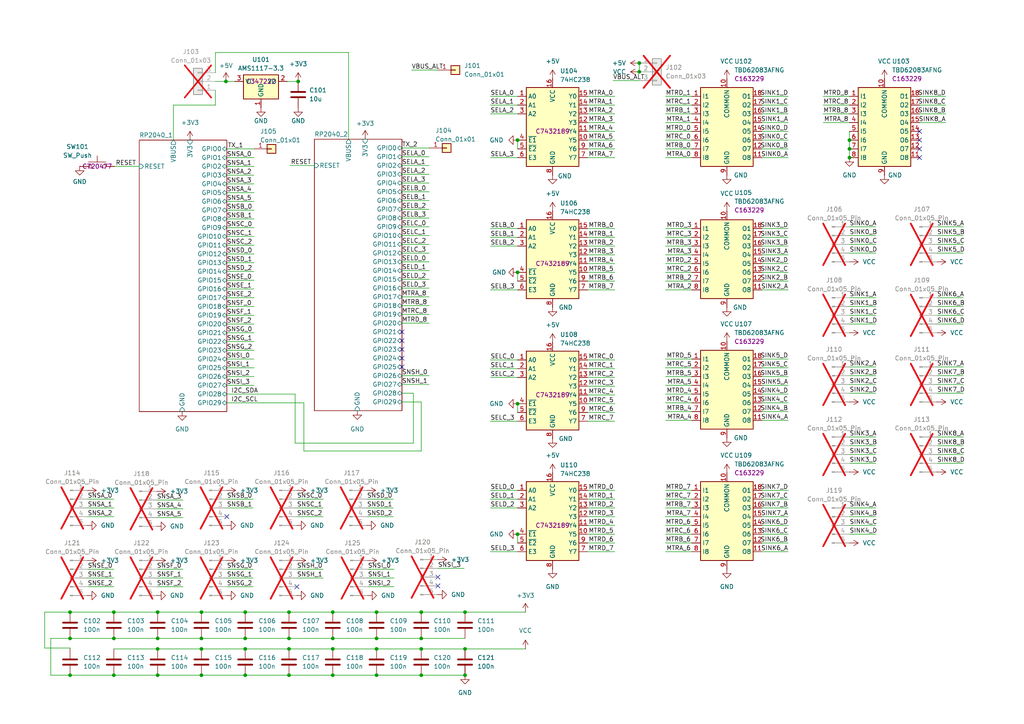
<source format=kicad_sch>
(kicad_sch (version 20250114) (generator "eeschema") (generator_version "9.0")
  (paper "A4")
  (junction (at 65.532 23.622))
  (junction (at 45.72 185.166))
  (junction (at 58.42 188.214))
  (junction (at 246.38 45.72))
  (junction (at 58.42 195.834))
  (junction (at 83.82 195.834))
  (junction (at 45.72 177.546))
  (junction (at 96.52 177.546))
  (junction (at 20.32 177.546))
  (junction (at 45.72 195.834))
  (junction (at 134.874 195.834))
  (junction (at 96.52 185.166))
  (junction (at 83.82 188.214))
  (junction (at 150.114 78.994))
  (junction (at 246.38 43.18))
  (junction (at 109.22 188.214))
  (junction (at 150.114 154.94))
  (junction (at 122.174 188.214))
  (junction (at 109.22 177.546))
  (junction (at 71.12 185.166))
  (junction (at 45.72 188.214))
  (junction (at 122.174 195.834))
  (junction (at 122.174 185.166))
  (junction (at 71.12 195.834))
  (junction (at 33.02 177.546))
  (junction (at 150.114 117.094))
  (junction (at 71.12 177.546))
  (junction (at 71.12 188.214))
  (junction (at 83.82 185.166))
  (junction (at 83.82 177.546))
  (junction (at 109.22 195.834))
  (junction (at 185.42 20.828))
  (junction (at 122.174 177.546))
  (junction (at 109.22 185.166))
  (junction (at 185.42 18.288))
  (junction (at 20.32 185.166))
  (junction (at 58.42 185.166))
  (junction (at 58.42 177.546))
  (junction (at 134.874 177.546))
  (junction (at 33.02 195.834))
  (junction (at 150.114 40.64))
  (junction (at 96.52 195.834))
  (junction (at 86.487 23.622))
  (junction (at 134.874 188.214))
  (junction (at 33.02 185.166))
  (junction (at 96.52 188.214))
  (junction (at 20.32 195.834))
  (junction (at 246.38 40.64))
  (no_connect (at 65.786 149.86))
  (no_connect (at 86.106 170.18))
  (no_connect (at 266.7 38.1))
  (no_connect (at 116.586 101.346))
  (no_connect (at 266.7 40.64))
  (no_connect (at 116.586 98.806))
  (no_connect (at 116.586 103.886))
  (no_connect (at 266.7 43.18))
  (no_connect (at 127 167.386))
  (no_connect (at 116.586 96.266))
  (no_connect (at 266.7 45.72))
  (no_connect (at 116.586 106.426))
  (no_connect (at 127 169.926))
  (wire (pts (xy 106.426 144.78) (xy 114.046 144.78)))
  (wire (pts (xy 116.586 55.626) (xy 124.46 55.626)))
  (wire (pts (xy 170.434 157.48) (xy 178.308 157.48)))
  (wire (pts (xy 220.98 157.48) (xy 228.6 157.48)))
  (wire (pts (xy 193.04 30.48) (xy 200.66 30.48)))
  (wire (pts (xy 271.78 126.746) (xy 279.4 126.746)))
  (wire (pts (xy 220.98 116.84) (xy 228.6 116.84)))
  (wire (pts (xy 170.434 149.86) (xy 178.308 149.86)))
  (wire (pts (xy 193.04 116.84) (xy 200.66 116.84)))
  (wire (pts (xy 220.98 142.24) (xy 228.6 142.24)))
  (wire (pts (xy 170.434 142.24) (xy 178.308 142.24)))
  (wire (pts (xy 65.786 86.36) (xy 73.66 86.36)))
  (wire (pts (xy 86.106 144.78) (xy 93.726 144.78)))
  (wire (pts (xy 170.434 112.014) (xy 178.308 112.014)))
  (wire (pts (xy 33.274 48.26) (xy 40.386 48.26)))
  (wire (pts (xy 122.174 188.214) (xy 109.22 188.214)))
  (wire (pts (xy 193.04 38.1) (xy 200.66 38.1)))
  (wire (pts (xy 170.434 30.48) (xy 178.308 30.48)))
  (wire (pts (xy 220.98 68.834) (xy 228.6 68.834)))
  (wire (pts (xy 170.434 152.4) (xy 178.308 152.4)))
  (wire (pts (xy 220.98 147.32) (xy 228.6 147.32)))
  (wire (pts (xy 220.98 33.02) (xy 228.6 33.02)))
  (wire (pts (xy 109.22 185.166) (xy 96.52 185.166)))
  (wire (pts (xy 193.04 104.14) (xy 200.66 104.14)))
  (wire (pts (xy 12.954 177.546) (xy 20.32 177.546)))
  (wire (pts (xy 25.4 170.18) (xy 33.02 170.18)))
  (wire (pts (xy 116.586 75.946) (xy 124.46 75.946)))
  (wire (pts (xy 106.68 167.64) (xy 114.3 167.64)))
  (wire (pts (xy 116.586 91.186) (xy 124.46 91.186)))
  (wire (pts (xy 12.954 187.96) (xy 12.954 177.546)))
  (wire (pts (xy 266.7 30.48) (xy 274.32 30.48)))
  (wire (pts (xy 170.434 27.94) (xy 178.308 27.94)))
  (wire (pts (xy 65.786 66.04) (xy 73.66 66.04)))
  (wire (pts (xy 116.586 116.586) (xy 122.174 116.586)))
  (wire (pts (xy 220.98 66.294) (xy 228.6 66.294)))
  (wire (pts (xy 45.466 150.114) (xy 53.086 150.114)))
  (wire (pts (xy 116.586 86.106) (xy 124.46 86.106)))
  (wire (pts (xy 86.106 167.64) (xy 93.726 167.64)))
  (wire (pts (xy 142.24 30.48) (xy 150.114 30.48)))
  (wire (pts (xy 58.42 185.166) (xy 45.72 185.166)))
  (wire (pts (xy 65.786 93.98) (xy 73.66 93.98)))
  (wire (pts (xy 14.732 195.834) (xy 20.32 195.834)))
  (wire (pts (xy 246.38 65.786) (xy 254 65.786)))
  (wire (pts (xy 122.174 195.834) (xy 134.874 195.834)))
  (wire (pts (xy 83.82 195.834) (xy 96.52 195.834)))
  (wire (pts (xy 170.434 40.64) (xy 178.308 40.64)))
  (wire (pts (xy 142.24 142.24) (xy 150.114 142.24)))
  (wire (pts (xy 116.586 114.046) (xy 119.888 114.046)))
  (wire (pts (xy 65.786 48.26) (xy 73.66 48.26)))
  (wire (pts (xy 142.24 144.78) (xy 150.114 144.78)))
  (wire (pts (xy 116.586 58.166) (xy 124.46 58.166)))
  (wire (pts (xy 193.04 154.94) (xy 200.66 154.94)))
  (wire (pts (xy 193.04 149.86) (xy 200.66 149.86)))
  (wire (pts (xy 65.786 60.96) (xy 73.66 60.96)))
  (wire (pts (xy 170.434 35.56) (xy 178.308 35.56)))
  (wire (pts (xy 33.02 195.834) (xy 45.72 195.834)))
  (wire (pts (xy 246.38 88.9) (xy 254 88.9)))
  (wire (pts (xy 246.38 131.826) (xy 254 131.826)))
  (wire (pts (xy 65.786 106.68) (xy 73.66 106.68)))
  (wire (pts (xy 142.24 160.02) (xy 150.114 160.02)))
  (wire (pts (xy 65.786 68.58) (xy 73.66 68.58)))
  (wire (pts (xy 85.598 128.524) (xy 119.888 128.524)))
  (wire (pts (xy 84.074 48.006) (xy 91.186 48.006)))
  (wire (pts (xy 119.888 114.046) (xy 119.888 128.524)))
  (wire (pts (xy 88.138 116.84) (xy 88.138 130.81)))
  (wire (pts (xy 220.98 40.64) (xy 228.6 40.64)))
  (wire (pts (xy 271.78 73.406) (xy 279.4 73.406)))
  (wire (pts (xy 119.38 20.32) (xy 127 20.32)))
  (wire (pts (xy 271.78 129.286) (xy 279.4 129.286)))
  (wire (pts (xy 246.38 152.4) (xy 254 152.4)))
  (wire (pts (xy 271.78 91.44) (xy 279.4 91.44)))
  (wire (pts (xy 71.12 177.546) (xy 83.82 177.546)))
  (wire (pts (xy 220.98 149.86) (xy 228.6 149.86)))
  (wire (pts (xy 246.38 129.286) (xy 254 129.286)))
  (wire (pts (xy 14.732 185.166) (xy 14.732 195.834)))
  (wire (pts (xy 193.04 68.834) (xy 200.66 68.834)))
  (wire (pts (xy 170.434 160.02) (xy 178.308 160.02)))
  (wire (pts (xy 142.24 45.72) (xy 150.114 45.72)))
  (wire (pts (xy 83.82 177.546) (xy 96.52 177.546)))
  (wire (pts (xy 220.98 45.72) (xy 228.6 45.72)))
  (wire (pts (xy 220.98 27.94) (xy 228.6 27.94)))
  (wire (pts (xy 65.786 50.8) (xy 73.66 50.8)))
  (wire (pts (xy 193.04 160.02) (xy 200.66 160.02)))
  (wire (pts (xy 116.586 73.406) (xy 124.46 73.406)))
  (wire (pts (xy 238.76 35.56) (xy 246.38 35.56)))
  (wire (pts (xy 246.38 114.046) (xy 254 114.046)))
  (wire (pts (xy 71.12 185.166) (xy 58.42 185.166)))
  (wire (pts (xy 65.786 96.52) (xy 73.66 96.52)))
  (wire (pts (xy 65.786 83.82) (xy 73.66 83.82)))
  (wire (pts (xy 271.78 65.786) (xy 279.4 65.786)))
  (wire (pts (xy 271.78 106.426) (xy 279.4 106.426)))
  (wire (pts (xy 65.786 81.28) (xy 73.66 81.28)))
  (wire (pts (xy 246.38 134.366) (xy 254 134.366)))
  (wire (pts (xy 246.38 73.406) (xy 254 73.406)))
  (wire (pts (xy 86.106 165.1) (xy 93.726 165.1)))
  (wire (pts (xy 106.68 165.1) (xy 114.3 165.1)))
  (wire (pts (xy 170.434 109.474) (xy 178.308 109.474)))
  (wire (pts (xy 65.786 111.76) (xy 73.66 111.76)))
  (wire (pts (xy 122.174 130.81) (xy 122.174 116.586)))
  (wire (pts (xy 170.434 117.094) (xy 178.308 117.094)))
  (wire (pts (xy 266.7 33.02) (xy 274.32 33.02)))
  (wire (pts (xy 220.98 154.94) (xy 228.6 154.94)))
  (wire (pts (xy 127 164.846) (xy 134.62 164.846)))
  (wire (pts (xy 170.434 78.994) (xy 178.308 78.994)))
  (wire (pts (xy 45.466 147.574) (xy 53.086 147.574)))
  (wire (pts (xy 83.82 185.166) (xy 71.12 185.166)))
  (wire (pts (xy 170.434 71.374) (xy 178.308 71.374)))
  (wire (pts (xy 246.38 40.64) (xy 246.38 43.18)))
  (wire (pts (xy 116.586 65.786) (xy 124.46 65.786)))
  (wire (pts (xy 62.484 15.24) (xy 62.484 21.082)))
  (wire (pts (xy 58.42 195.834) (xy 71.12 195.834)))
  (wire (pts (xy 271.78 68.326) (xy 279.4 68.326)))
  (wire (pts (xy 246.38 106.426) (xy 254 106.426)))
  (wire (pts (xy 142.24 27.94) (xy 150.114 27.94)))
  (wire (pts (xy 142.24 109.474) (xy 150.114 109.474)))
  (wire (pts (xy 150.114 117.094) (xy 150.114 119.634)))
  (wire (pts (xy 109.22 188.214) (xy 96.52 188.214)))
  (wire (pts (xy 25.4 144.78) (xy 33.02 144.78)))
  (wire (pts (xy 193.04 66.294) (xy 200.66 66.294)))
  (wire (pts (xy 170.434 76.454) (xy 178.308 76.454)))
  (wire (pts (xy 45.466 170.18) (xy 53.086 170.18)))
  (wire (pts (xy 193.04 35.56) (xy 200.66 35.56)))
  (wire (pts (xy 12.954 187.96) (xy 20.32 187.96)))
  (wire (pts (xy 116.586 68.326) (xy 124.46 68.326)))
  (wire (pts (xy 142.24 84.074) (xy 150.114 84.074)))
  (wire (pts (xy 116.586 88.646) (xy 124.46 88.646)))
  (wire (pts (xy 220.98 78.994) (xy 228.6 78.994)))
  (wire (pts (xy 65.786 99.06) (xy 73.66 99.06)))
  (wire (pts (xy 193.04 157.48) (xy 200.66 157.48)))
  (wire (pts (xy 142.24 33.02) (xy 150.114 33.02)))
  (wire (pts (xy 271.78 86.36) (xy 279.4 86.36)))
  (wire (pts (xy 62.484 30.48) (xy 62.484 26.162)))
  (wire (pts (xy 220.98 76.454) (xy 228.6 76.454)))
  (wire (pts (xy 170.434 84.074) (xy 178.308 84.074)))
  (wire (pts (xy 58.42 188.214) (xy 45.72 188.214)))
  (wire (pts (xy 116.586 81.026) (xy 124.46 81.026)))
  (wire (pts (xy 65.786 76.2) (xy 73.66 76.2)))
  (wire (pts (xy 45.72 195.834) (xy 58.42 195.834)))
  (wire (pts (xy 142.24 147.32) (xy 150.114 147.32)))
  (wire (pts (xy 65.786 53.34) (xy 73.66 53.34)))
  (wire (pts (xy 193.04 76.454) (xy 200.66 76.454)))
  (wire (pts (xy 65.786 63.5) (xy 73.66 63.5)))
  (wire (pts (xy 83.82 188.214) (xy 71.12 188.214)))
  (wire (pts (xy 20.32 177.546) (xy 33.02 177.546)))
  (wire (pts (xy 116.586 50.546) (xy 124.46 50.546)))
  (wire (pts (xy 65.786 58.42) (xy 73.66 58.42)))
  (wire (pts (xy 246.38 86.36) (xy 254 86.36)))
  (wire (pts (xy 271.78 70.866) (xy 279.4 70.866)))
  (wire (pts (xy 116.586 108.966) (xy 124.46 108.966)))
  (wire (pts (xy 65.786 45.72) (xy 73.66 45.72)))
  (wire (pts (xy 65.786 167.64) (xy 73.406 167.64)))
  (wire (pts (xy 193.04 121.92) (xy 200.66 121.92)))
  (wire (pts (xy 193.04 71.374) (xy 200.66 71.374)))
  (wire (pts (xy 20.32 185.166) (xy 14.732 185.166)))
  (wire (pts (xy 83.312 23.622) (xy 86.487 23.622)))
  (wire (pts (xy 116.586 48.006) (xy 124.46 48.006)))
  (wire (pts (xy 65.786 88.9) (xy 73.66 88.9)))
  (wire (pts (xy 170.434 33.02) (xy 178.308 33.02)))
  (wire (pts (xy 220.98 111.76) (xy 228.6 111.76)))
  (wire (pts (xy 33.02 177.546) (xy 45.72 177.546)))
  (wire (pts (xy 170.434 73.914) (xy 178.308 73.914)))
  (wire (pts (xy 106.68 170.18) (xy 114.3 170.18)))
  (wire (pts (xy 170.434 68.834) (xy 178.308 68.834)))
  (wire (pts (xy 193.04 73.914) (xy 200.66 73.914)))
  (wire (pts (xy 142.24 68.834) (xy 150.114 68.834)))
  (wire (pts (xy 271.78 88.9) (xy 279.4 88.9)))
  (wire (pts (xy 152.4 188.214) (xy 134.874 188.214)))
  (wire (pts (xy 85.598 114.3) (xy 85.598 128.524)))
  (wire (pts (xy 65.786 147.32) (xy 73.406 147.32)))
  (wire (pts (xy 246.38 147.32) (xy 254 147.32)))
  (wire (pts (xy 185.42 18.288) (xy 185.42 20.828)))
  (wire (pts (xy 170.434 147.32) (xy 178.308 147.32)))
  (wire (pts (xy 193.04 144.78) (xy 200.66 144.78)))
  (wire (pts (xy 25.4 149.86) (xy 33.02 149.86)))
  (wire (pts (xy 71.12 195.834) (xy 83.82 195.834)))
  (wire (pts (xy 122.174 185.166) (xy 109.22 185.166)))
  (wire (pts (xy 170.434 119.634) (xy 178.308 119.634)))
  (wire (pts (xy 45.72 185.166) (xy 33.02 185.166)))
  (wire (pts (xy 193.04 111.76) (xy 200.66 111.76)))
  (wire (pts (xy 86.106 147.32) (xy 93.726 147.32)))
  (wire (pts (xy 170.434 38.1) (xy 178.308 38.1)))
  (wire (pts (xy 65.786 78.74) (xy 73.66 78.74)))
  (wire (pts (xy 20.32 195.834) (xy 33.02 195.834)))
  (wire (pts (xy 220.98 35.56) (xy 228.6 35.56)))
  (wire (pts (xy 109.22 195.834) (xy 122.174 195.834)))
  (wire (pts (xy 116.586 63.246) (xy 124.46 63.246)))
  (wire (pts (xy 271.78 111.506) (xy 279.4 111.506)))
  (wire (pts (xy 220.98 73.914) (xy 228.6 73.914)))
  (wire (pts (xy 266.7 27.94) (xy 274.32 27.94)))
  (wire (pts (xy 45.466 165.1) (xy 53.086 165.1)))
  (wire (pts (xy 50.292 40.64) (xy 50.292 30.48)))
  (wire (pts (xy 246.38 91.44) (xy 254 91.44)))
  (wire (pts (xy 170.434 144.78) (xy 178.308 144.78)))
  (wire (pts (xy 116.586 70.866) (xy 124.46 70.866)))
  (wire (pts (xy 170.434 154.94) (xy 178.308 154.94)))
  (wire (pts (xy 170.434 104.394) (xy 178.308 104.394)))
  (wire (pts (xy 106.426 147.32) (xy 114.046 147.32)))
  (wire (pts (xy 193.04 106.68) (xy 200.66 106.68)))
  (wire (pts (xy 193.04 152.4) (xy 200.66 152.4)))
  (wire (pts (xy 170.434 43.18) (xy 178.308 43.18)))
  (wire (pts (xy 220.98 144.78) (xy 228.6 144.78)))
  (wire (pts (xy 220.98 104.14) (xy 228.6 104.14)))
  (wire (pts (xy 65.786 109.22) (xy 73.66 109.22)))
  (wire (pts (xy 65.786 91.44) (xy 73.66 91.44)))
  (wire (pts (xy 150.114 78.994) (xy 150.114 81.534)))
  (wire (pts (xy 116.586 53.086) (xy 124.46 53.086)))
  (wire (pts (xy 122.174 177.546) (xy 134.874 177.546)))
  (wire (pts (xy 65.786 114.3) (xy 85.598 114.3)))
  (wire (pts (xy 271.78 134.366) (xy 279.4 134.366)))
  (wire (pts (xy 193.04 109.22) (xy 200.66 109.22)))
  (wire (pts (xy 65.786 73.66) (xy 73.66 73.66)))
  (wire (pts (xy 193.04 84.074) (xy 200.66 84.074)))
  (wire (pts (xy 142.24 104.394) (xy 150.114 104.394)))
  (wire (pts (xy 246.38 111.506) (xy 254 111.506)))
  (wire (pts (xy 266.7 35.56) (xy 274.32 35.56)))
  (wire (pts (xy 45.72 188.214) (xy 33.02 188.214)))
  (wire (pts (xy 271.78 108.966) (xy 279.4 108.966)))
  (wire (pts (xy 45.466 167.64) (xy 53.086 167.64)))
  (wire (pts (xy 116.586 42.926) (xy 124.46 42.926)))
  (wire (pts (xy 220.98 38.1) (xy 228.6 38.1)))
  (wire (pts (xy 170.434 66.294) (xy 178.308 66.294)))
  (wire (pts (xy 246.38 43.18) (xy 246.38 45.72)))
  (wire (pts (xy 65.786 43.18) (xy 73.66 43.18)))
  (wire (pts (xy 170.434 122.174) (xy 178.308 122.174)))
  (wire (pts (xy 220.98 71.374) (xy 228.6 71.374)))
  (wire (pts (xy 134.874 188.214) (xy 122.174 188.214)))
  (wire (pts (xy 246.38 68.326) (xy 254 68.326)))
  (wire (pts (xy 193.04 119.38) (xy 200.66 119.38)))
  (wire (pts (xy 246.38 70.866) (xy 254 70.866)))
  (wire (pts (xy 246.38 108.966) (xy 254 108.966)))
  (wire (pts (xy 20.32 187.96) (xy 20.32 188.214)))
  (wire (pts (xy 45.466 145.034) (xy 53.086 145.034)))
  (wire (pts (xy 220.98 114.3) (xy 228.6 114.3)))
  (wire (pts (xy 106.426 149.86) (xy 114.046 149.86)))
  (wire (pts (xy 193.04 45.72) (xy 200.66 45.72)))
  (wire (pts (xy 96.52 195.834) (xy 109.22 195.834)))
  (wire (pts (xy 142.24 66.294) (xy 150.114 66.294)))
  (wire (pts (xy 33.02 185.166) (xy 20.32 185.166)))
  (wire (pts (xy 177.8 23.368) (xy 185.42 23.368)))
  (wire (pts (xy 170.434 45.72) (xy 178.308 45.72)))
  (wire (pts (xy 220.98 109.22) (xy 228.6 109.22)))
  (wire (pts (xy 220.98 81.534) (xy 228.6 81.534)))
  (wire (pts (xy 220.98 121.92) (xy 228.6 121.92)))
  (wire (pts (xy 65.786 116.84) (xy 88.138 116.84)))
  (wire (pts (xy 65.786 71.12) (xy 73.66 71.12)))
  (wire (pts (xy 193.04 43.18) (xy 200.66 43.18)))
  (wire (pts (xy 142.24 106.934) (xy 150.114 106.934)))
  (wire (pts (xy 193.04 40.64) (xy 200.66 40.64)))
  (wire (pts (xy 271.78 93.98) (xy 279.4 93.98)))
  (wire (pts (xy 220.98 106.68) (xy 228.6 106.68)))
  (wire (pts (xy 193.04 81.534) (xy 200.66 81.534)))
  (wire (pts (xy 25.4 167.64) (xy 33.02 167.64)))
  (wire (pts (xy 246.38 126.746) (xy 254 126.746)))
  (wire (pts (xy 220.98 30.48) (xy 228.6 30.48)))
  (wire (pts (xy 65.786 170.18) (xy 73.406 170.18)))
  (wire (pts (xy 246.38 154.94) (xy 254 154.94)))
  (wire (pts (xy 65.786 104.14) (xy 73.66 104.14)))
  (wire (pts (xy 116.586 60.706) (xy 124.46 60.706)))
  (wire (pts (xy 62.484 23.622) (xy 65.532 23.622)))
  (wire (pts (xy 58.42 177.546) (xy 71.12 177.546)))
  (wire (pts (xy 150.114 154.94) (xy 150.114 157.48)))
  (wire (pts (xy 193.04 27.94) (xy 200.66 27.94)))
  (wire (pts (xy 50.292 30.48) (xy 62.484 30.48)))
  (wire (pts (xy 116.586 78.486) (xy 124.46 78.486)))
  (wire (pts (xy 238.76 27.94) (xy 246.38 27.94)))
  (wire (pts (xy 25.4 165.1) (xy 33.02 165.1)))
  (wire (pts (xy 170.434 81.534) (xy 178.308 81.534)))
  (wire (pts (xy 220.98 84.074) (xy 228.6 84.074)))
  (wire (pts (xy 134.874 177.546) (xy 152.4 177.546)))
  (wire (pts (xy 71.12 188.214) (xy 58.42 188.214)))
  (wire (pts (xy 220.98 43.18) (xy 228.6 43.18)))
  (wire (pts (xy 101.092 40.386) (xy 101.092 15.24)))
  (wire (pts (xy 220.98 119.38) (xy 228.6 119.38)))
  (wire (pts (xy 170.434 106.934) (xy 178.308 106.934)))
  (wire (pts (xy 220.98 160.02) (xy 228.6 160.02)))
  (wire (pts (xy 238.76 33.02) (xy 246.38 33.02)))
  (wire (pts (xy 65.786 55.88) (xy 73.66 55.88)))
  (wire (pts (xy 116.586 93.726) (xy 124.46 93.726)))
  (wire (pts (xy 238.76 30.48) (xy 246.38 30.48)))
  (wire (pts (xy 193.04 114.3) (xy 200.66 114.3)))
  (wire (pts (xy 193.04 147.32) (xy 200.66 147.32)))
  (wire (pts (xy 96.52 177.546) (xy 109.22 177.546)))
  (wire (pts (xy 150.114 40.64) (xy 150.114 43.18)))
  (wire (pts (xy 96.52 185.166) (xy 83.82 185.166)))
  (wire (pts (xy 116.586 83.566) (xy 124.46 83.566)))
  (wire (pts (xy 193.04 78.994) (xy 200.66 78.994)))
  (wire (pts (xy 134.874 185.166) (xy 122.174 185.166)))
  (wire (pts (xy 193.04 142.24) (xy 200.66 142.24)))
  (wire (pts (xy 116.586 111.506) (xy 124.46 111.506)))
  (wire (pts (xy 246.38 38.1) (xy 246.38 40.64)))
  (wire (pts (xy 170.434 114.554) (xy 178.308 114.554)))
  (wire (pts (xy 142.24 71.374) (xy 150.114 71.374)))
  (wire (pts (xy 246.38 93.98) (xy 254 93.98)))
  (wire (pts (xy 271.78 131.826) (xy 279.4 131.826)))
  (wire (pts (xy 96.52 188.214) (xy 83.82 188.214)))
  (wire (pts (xy 45.72 177.546) (xy 58.42 177.546)))
  (wire (pts (xy 25.4 147.32) (xy 33.02 147.32)))
  (wire (pts (xy 109.22 177.546) (xy 122.174 177.546)))
  (wire (pts (xy 116.586 45.466) (xy 124.46 45.466)))
  (wire (pts (xy 142.24 122.174) (xy 150.114 122.174)))
  (wire (pts (xy 193.04 33.02) (xy 200.66 33.02)))
  (wire (pts (xy 88.138 130.81) (xy 122.174 130.81)))
  (wire (pts (xy 101.092 15.24) (xy 62.484 15.24)))
  (wire (pts (xy 246.38 149.86) (xy 254 149.86)))
  (wire (pts (xy 65.786 165.1) (xy 73.406 165.1)))
  (wire (pts (xy 65.786 144.78) (xy 73.406 144.78)))
  (wire (pts (xy 271.78 114.046) (xy 279.4 114.046)))
  (wire (pts (xy 86.106 149.86) (xy 93.726 149.86)))
  (wire (pts (xy 65.532 23.622) (xy 68.072 23.622)))
  (wire (pts (xy 65.786 101.6) (xy 73.66 101.6)))
  (wire (pts (xy 220.98 152.4) (xy 228.6 152.4)))
  (label "SELB_0" (at 116.586 55.626 0))
  (label "SINK8_A" (at 271.78 126.746 0))
  (label "SNSC_2" (at 65.786 71.12 0))
  (label "SINK7_D" (at 271.78 114.046 0))
  (label "SINK3_C" (at 228.6 68.834 180))
  (label "SINK7_C" (at 271.78 111.506 0))
  (label "SNSD_2" (at 106.426 149.86 0))
  (label "SELB_1" (at 116.586 58.166 0))
  (label "SNSA_4" (at 65.786 55.88 0))
  (label "SINK0_B" (at 228.6 43.18 180))
  (label "MTRC_8" (at 116.586 91.186 0))
  (label "SNSI_1" (at 65.786 106.68 0))
  (label "SNSA_5" (at 45.466 150.114 0))
  (label "SELA_0" (at 142.24 27.94 0))
  (label "MTRD_0" (at 170.688 142.24 0))
  (label "SNSA_2" (at 65.786 50.8 0))
  (label "SINK5_B" (at 271.78 68.326 0))
  (label "SNSI_1" (at 106.68 167.64 0))
  (label "SINK3_B" (at 228.6 71.374 180))
  (label "RESET" (at 84.328 48.006 0))
  (label "MTRC_7" (at 200.406 144.78 180))
  (label "I2C_SDA" (at 67.056 114.3 0))
  (label "SINK6_D" (at 271.78 93.98 0))
  (label "SNSA_2" (at 25.4 149.86 0))
  (label "SNSF_0" (at 65.786 88.9 0))
  (label "MTRA_2" (at 200.66 84.074 180))
  (label "RESET" (at 33.528 48.26 0))
  (label "SINK2_C" (at 246.38 111.506 0))
  (label "SINK2_B" (at 246.38 108.966 0))
  (label "SNSF_2" (at 65.786 93.98 0))
  (label "MTRA_5" (at 170.688 40.64 0))
  (label "VBUS_ALT" (at 177.8 23.368 0))
  (label "SELB_2" (at 142.24 71.374 0))
  (label "MTRB_7" (at 200.406 147.32 180))
  (label "MTRA_6" (at 200.406 160.02 180))
  (label "SNSH_1" (at 116.586 111.506 0))
  (label "SNSA_1" (at 25.4 147.32 0))
  (label "SNSA_4" (at 45.466 147.574 0))
  (label "SINK8_B" (at 271.78 129.286 0))
  (label "MTRA_0" (at 200.406 45.72 180))
  (label "SELA_3" (at 116.586 53.086 0))
  (label "TX_1" (at 66.04 43.18 0))
  (label "SELD_2" (at 116.586 81.026 0))
  (label "SINK0_C" (at 246.38 70.866 0))
  (label "MTRA_0" (at 170.688 27.94 0))
  (label "MTRD_1" (at 170.688 144.78 0))
  (label "SINK2_A" (at 246.38 106.426 0))
  (label "MTRB_0" (at 170.688 66.294 0))
  (label "SNSA_3" (at 65.786 53.34 0))
  (label "MTRB_2" (at 170.688 71.374 0))
  (label "MTRD_6" (at 200.406 152.4 180))
  (label "MTRB_4" (at 170.688 76.454 0))
  (label "MTRA_2" (at 170.688 33.02 0))
  (label "SINK6_C" (at 228.6 154.94 180))
  (label "MTRA_7" (at 170.688 45.72 0))
  (label "SINK7_A" (at 228.6 149.86 180))
  (label "SNSB_1" (at 65.786 147.32 0))
  (label "SINK1_D" (at 246.38 93.98 0))
  (label "SNSA_0" (at 65.786 45.72 0))
  (label "SINK4_C" (at 246.38 152.4 0))
  (label "SINK2_B" (at 228.6 81.534 180))
  (label "SINK1_B" (at 246.38 88.9 0))
  (label "SNSD_1" (at 65.786 76.2 0))
  (label "SELC_1" (at 116.586 68.326 0))
  (label "SINK0_A" (at 246.38 65.786 0))
  (label "SINK2_A" (at 228.6 84.074 180))
  (label "SINK8_B" (at 274.32 33.02 180))
  (label "SNSH_0" (at 116.586 108.966 0))
  (label "MTRD_6" (at 170.688 157.48 0))
  (label "SELA_3" (at 142.24 45.72 0))
  (label "MTRD_2" (at 170.688 147.32 0))
  (label "SINK6_B" (at 228.6 157.48 180))
  (label "SINK4_D" (at 246.38 154.94 0))
  (label "SINK5_A" (at 228.6 111.76 180))
  (label "SNSC_0" (at 65.786 66.04 0))
  (label "SNSE_0" (at 65.786 81.28 0))
  (label "SINK6_B" (at 271.78 88.9 0))
  (label "MTRA_8" (at 116.586 86.106 0))
  (label "SINK7_B" (at 271.78 108.966 0))
  (label "SINK4_A" (at 246.38 147.32 0))
  (label "SNSG_1" (at 65.786 99.06 0))
  (label "SNSE_0" (at 25.4 165.1 0))
  (label "MTRC_6" (at 200.406 154.94 180))
  (label "MTRB_1" (at 170.688 68.834 0))
  (label "SINK8_C" (at 274.32 30.48 180))
  (label "MTRB_6" (at 170.688 81.534 0))
  (label "SINK7_C" (at 228.6 144.78 180))
  (label "SELA_0" (at 116.586 45.466 0))
  (label "SINK4_B" (at 246.38 149.86 0))
  (label "SELA_2" (at 142.24 33.02 0))
  (label "MTRD_4" (at 170.688 152.4 0))
  (label "SNSD_2" (at 65.786 78.74 0))
  (label "SELC_2" (at 116.586 70.866 0))
  (label "SNSB_0" (at 65.786 144.78 0))
  (label "MTRC_4" (at 200.66 116.84 180))
  (label "SINK5_D" (at 271.78 73.406 0))
  (label "SINK7_D" (at 228.6 142.24 180))
  (label "SINK0_B" (at 246.38 68.326 0))
  (label "SELB_1" (at 142.24 68.834 0))
  (label "SELC_0" (at 142.24 104.394 0))
  (label "SELA_1" (at 142.24 30.48 0))
  (label "MTRB_8" (at 116.586 88.646 0))
  (label "SINK8_D" (at 271.78 134.366 0))
  (label "MTRB_0" (at 200.406 43.18 180))
  (label "SNSG_0" (at 65.786 165.1 0))
  (label "SNSA_0" (at 25.4 144.78 0))
  (label "SINK1_C" (at 246.38 91.44 0))
  (label "MTRC_1" (at 170.688 106.934 0))
  (label "SINK8_D" (at 274.32 27.94 180))
  (label "SNSI_3" (at 65.786 111.76 0))
  (label "MTRC_0" (at 170.688 104.394 0))
  (label "SNSE_2" (at 65.786 86.36 0))
  (label "SNSC_1" (at 86.106 147.32 0))
  (label "MTRC_2" (at 170.688 109.474 0))
  (label "SNSF_1" (at 45.466 167.64 0))
  (label "SINK8_A" (at 274.32 35.56 180))
  (label "SINK2_C" (at 228.6 78.994 180))
  (label "MTRD_1" (at 200.406 27.94 180))
  (label "MTRA_4" (at 200.66 121.92 180))
  (label "MTRC_1" (at 200.406 30.48 180))
  (label "SNSE_2" (at 25.4 170.18 0))
  (label "SNSD_0" (at 106.426 144.78 0))
  (label "MTRC_8" (at 246.126 30.48 180))
  (label "SINK3_A" (at 246.38 126.746 0))
  (label "SINK0_C" (at 228.6 40.64 180))
  (label "SINK8_C" (at 271.78 131.826 0))
  (label "SINK3_D" (at 246.38 134.366 0))
  (label "MTRC_3" (at 170.688 112.014 0))
  (label "SELC_3" (at 116.586 73.406 0))
  (label "SINK1_C" (at 228.6 30.48 180))
  (label "MTRC_4" (at 170.688 114.554 0))
  (label "SNSH_0" (at 86.106 165.1 0))
  (label "SELB_0" (at 142.24 66.294 0))
  (label "SINK1_D" (at 228.6 27.94 180))
  (label "MTRA_8" (at 246.126 35.56 180))
  (label "MTRD_4" (at 200.66 114.3 180))
  (label "SINK5_D" (at 228.6 104.14 180))
  (label "MTRD_8" (at 246.126 27.94 180))
  (label "SNSB_0" (at 65.786 60.96 0))
  (label "MTRA_7" (at 200.406 149.86 180))
  (label "SINK1_B" (at 228.6 33.02 180))
  (label "SINK0_D" (at 228.6 38.1 180))
  (label "SINK4_D" (at 228.6 114.3 180))
  (label "SNSF_2" (at 45.466 170.18 0))
  (label "MTRD_3" (at 170.688 149.86 0))
  (label "SINK5_A" (at 271.78 65.786 0))
  (label "SNSA_3" (at 45.466 145.034 0))
  (label "I2C_SCL" (at 67.056 116.84 0))
  (label "MTRC_0" (at 200.406 40.64 180))
  (label "SNSA_5" (at 65.786 58.42 0))
  (label "SNSA_1" (at 65.786 48.26 0))
  (label "MTRC_3" (at 200.66 68.834 180))
  (label "SNSE_1" (at 25.4 167.64 0))
  (label "SNSE_1" (at 65.786 83.82 0))
  (label "SNSI_2" (at 106.68 170.18 0))
  (label "SNSF_0" (at 45.466 165.1 0))
  (label "SNSB_1" (at 65.786 63.5 0))
  (label "SNSI_3" (at 127 164.846 0))
  (label "MTRA_3" (at 170.688 35.56 0))
  (label "MTRC_6" (at 170.688 119.634 0))
  (label "SINK4_B" (at 228.6 119.38 180))
  (label "SINK2_D" (at 228.6 76.454 180))
  (label "SINK5_B" (at 228.6 109.22 180))
  (label "MTRC_2" (at 200.66 78.994 180))
  (label "SELB_3" (at 116.586 63.246 0))
  (label "MTRB_6" (at 200.406 157.48 180))
  (label "MTRB_1" (at 200.406 33.02 180))
  (label "SNSG_2" (at 65.786 101.6 0))
  (label "SELC_3" (at 142.24 122.174 0))
  (label "SINK5_C" (at 271.78 70.866 0))
  (label "SELA_1" (at 116.586 48.006 0))
  (label "MTRC_5" (at 170.688 117.094 0))
  (label "SNSG_0" (at 65.786 96.52 0))
  (label "MTRD_5" (at 170.688 154.94 0))
  (label "MTRD_7" (at 170.688 160.02 0))
  (label "VBUS_ALT" (at 119.38 20.32 0))
  (label "SINK7_A" (at 271.78 106.426 0))
  (label "MTRB_5" (at 200.66 109.22 180))
  (label "MTRD_3" (at 200.66 66.294 180))
  (label "MTRB_3" (at 170.688 73.914 0))
  (label "SNSC_0" (at 86.106 144.78 0))
  (label "MTRA_1" (at 170.688 30.48 0))
  (label "MTRC_5" (at 200.66 106.68 180))
  (label "SELD_3" (at 116.586 83.566 0))
  (label "SNSH_1" (at 86.106 167.64 0))
  (label "MTRB_3" (at 200.66 71.374 180))
  (label "SINK6_A" (at 271.78 86.36 0))
  (label "SINK1_A" (at 246.38 86.36 0))
  (label "MTRA_5" (at 200.66 111.76 180))
  (label "SNSI_0" (at 65.786 104.14 0))
  (label "SELA_2" (at 116.586 50.546 0))
  (label "SINK4_A" (at 228.6 121.92 180))
  (label "MTRD_2" (at 200.66 76.454 180))
  (label "SELC_1" (at 142.24 106.934 0))
  (label "MTRA_3" (at 200.66 73.914 180))
  (label "SINK4_C" (at 228.6 116.84 180))
  (label "MTRB_7" (at 170.688 84.074 0))
  (label "SNSI_0" (at 106.68 165.1 0))
  (label "SINK2_D" (at 246.38 114.046 0))
  (label "SELD_1" (at 116.586 78.486 0))
  (label "MTRA_6" (at 170.688 43.18 0))
  (label "SELD_2" (at 142.24 147.32 0))
  (label "SINK6_C" (at 271.78 91.44 0))
  (label "MTRA_4" (at 170.688 38.1 0))
  (label "SNSG_2" (at 65.786 170.18 0))
  (label "SELC_0" (at 116.586 65.786 0))
  (label "SINK0_D" (at 246.38 73.406 0))
  (label "SINK3_D" (at 228.6 66.294 180))
  (label "SNSD_1" (at 106.426 147.32 0))
  (label "SINK5_C" (at 228.6 106.68 180))
  (label "SELD_1" (at 142.24 144.78 0))
  (label "SNSC_2" (at 86.106 149.86 0))
  (label "MTRD_0" (at 200.406 38.1 180))
  (label "MTRB_5" (at 170.688 78.994 0))
  (label "MTRA_1" (at 200.406 35.56 180))
  (label "MTRB_8" (at 246.126 33.02 180))
  (label "SELD_3" (at 142.24 160.02 0))
  (label "SINK3_C" (at 246.38 131.826 0))
  (label "MTRD_5" (at 200.66 104.14 180))
  (label "MTRD_8" (at 116.586 93.726 0))
  (label "SNSC_1" (at 65.786 68.58 0))
  (label "SINK0_A" (at 228.6 45.72 180))
  (label "SINK3_A" (at 228.6 73.914 180))
  (label "SINK1_A" (at 228.6 35.56 180))
  (label "SNSD_0" (at 65.786 73.66 0))
  (label "MTRB_4" (at 200.66 119.38 180))
  (label "SELB_2" (at 116.586 60.706 0))
  (label "MTRB_2" (at 200.66 81.534 180))
  (label "SNSI_2" (at 65.786 109.22 0))
  (label "SNSF_1" (at 65.786 91.44 0))
  (label "SNSG_1" (at 65.786 167.64 0))
  (label "SINK3_B" (at 246.38 129.286 0))
  (label "SINK7_B" (at 228.6 147.32 180))
  (label "SELB_3" (at 142.24 84.074 0))
  (label "TX_2" (at 116.586 42.926 0))
  (label "MTRD_7" (at 200.406 142.24 180))
  (label "MTRC_7" (at 170.688 122.174 0))
  (label "SINK6_D" (at 228.6 152.4 180))
  (label "SELD_0" (at 142.24 142.24 0))
  (label "SINK6_A" (at 228.6 160.02 180))
  (label "SELC_2" (at 142.24 109.474 0))
  (label "SELD_0" (at 116.586 75.946 0))
  (symbol (lib_id "power:GND") (at 160.274 89.154 0) (unit 1)
    (property "Reference" "#PWR0123" (effects (hide yes)))
    (property "Value" "GND" (at 164.084 89.154 0))
    (property "Description" "Power symbol creates a global label with name \"GND\" , ground" (effects (hide yes)))
  )
  (symbol (lib_id "power:+3V3") (at 25.4 142.24 270) (unit 1)
    (property "Reference" "#PWR0140" (effects (hide yes)))
    (property "Value" "+3V3" (at 29.21 142.2399 90) (effects (justify left)))
    (property "Description" "Power symbol creates a global label with name \"+3V3\"" (effects (hide yes)))
  )
  (symbol (lib_id "power:+3V3") (at 65.786 162.56 270) (unit 1)
    (property "Reference" "#PWR0155" (effects (hide yes)))
    (property "Value" "+3V3" (at 69.596 162.5599 90) (effects (justify left)))
    (property "Description" "Power symbol creates a global label with name \"+3V3\"" (effects (hide yes)))
  )
  (symbol (lib_id "power:+5V") (at 185.42 18.288 90) (unit 1)
    (property "Reference" "#PWR0101" (effects (hide yes)))
    (property "Value" "+5V" (at 181.61 18.2879 90) (effects (justify left)))
    (property "Description" "Power symbol creates a global label with name \"+5V\"" (effects (hide yes)))
  )
  (symbol (lib_id "Connector:Conn_01x05_Pin") (at 266.7 131.826 0) (unit 1) (dnp yes)
    (property "Reference" "J113" (at 267.335 121.666 0))
    (property "Value" "Conn_01x05_Pin" (at 267.335 124.206 0))
    (property "Footprint" "Connector_PinHeader_2.54mm:PinHeader_1x05_P2.54mm_Vertical" (effects (hide yes)))
    (property "Description" "Generic connector, single row, 01x05, script generated" (effects (hide yes)))
  )
  (symbol (lib_id "power:GND") (at 103.632 119.126 0) (unit 1)
    (property "Reference" "#PWR0132" (effects (hide yes)))
    (property "Value" "GND" (at 103.632 124.46 0))
    (property "Description" "Power symbol creates a global label with name \"GND\" , ground" (effects (hide yes)))
  )
  (symbol (lib_id "power:+3V3") (at 106.426 142.24 270) (unit 1)
    (property "Reference" "#PWR0144" (effects (hide yes)))
    (property "Value" "+3V3" (at 110.236 142.2399 90) (effects (justify left)))
    (property "Description" "Power symbol creates a global label with name \"+3V3\"" (effects (hide yes)))
  )
  (symbol (lib_id "Gboard:TBD62083AFNG") (at 210.82 73.914 0) (unit 1)
    (property "Reference" "U105" (at 212.9633 55.88 0) (effects (justify left)))
    (property "Value" "TBD62083AFNG" (at 212.9633 58.42 0) (effects (justify left)))
    (property "Footprint" "Package_SO:SSOP-18_4.4x6.5mm_P0.65mm" (effects (hide yes)))
    (property "Datasheet" "http://toshiba.semicon-storage.com/info/docget.jsp?did=30523&prodName=TBD62783APG" (effects (hide yes)))
    (property "Description" "8-Channel Source Type Transistor Array, TTL and CMOS compatible, 500mA, 50V, DIP-18/SOP-18/SSOP-18/SOIC-18W" (effects (hide yes)))
    (property "LCSC" "C163229" (at 212.9633 60.96 0) (effects (justify left)))
  )
  (symbol (lib_id "Device:C") (at 83.82 192.024 0) (unit 1)
    (property "Reference" "C117" (at 87.63 190.7539 0) (effects (justify left)))
    (property "Value" "100n" (at 87.63 193.2939 0) (effects (justify left)))
    (property "Footprint" "Capacitor_SMD:C_0402_1005Metric" (effects (hide yes)))
    (property "Description" "Unpolarized capacitor" (effects (hide yes)))
  )
  (symbol (lib_id "power:GND") (at 150.114 78.994 270) (unit 1)
    (property "Reference" "#PWR0122" (effects (hide yes)))
    (property "Value" "GND" (at 146.812 78.9939 90) (effects (justify right)))
    (property "Description" "Power symbol creates a global label with name \"GND\" , ground" (effects (hide yes)))
  )
  (symbol (lib_id "Device:C") (at 20.32 192.024 0) (unit 1)
    (property "Reference" "C112" (at 24.13 190.7539 0) (effects (justify left)))
    (property "Value" "100n" (at 24.13 193.2939 0) (effects (justify left)))
    (property "Footprint" "Capacitor_SMD:C_0402_1005Metric" (effects (hide yes)))
    (property "Description" "Unpolarized capacitor" (effects (hide yes)))
  )
  (symbol (lib_id "Connector_Generic:Conn_01x03") (at 190.5 20.828 0) (unit 1) (dnp yes)
    (property "Reference" "J102" (at 193.04 19.5579 0) (effects (justify left)))
    (property "Value" "Conn_01x03" (at 193.04 22.0979 0) (effects (justify left)))
    (property "Footprint" "Connector_PinSocket_2.54mm:PinSocket_1x03_P2.54mm_Vertical" (effects (hide yes)))
    (property "Description" "Generic connector, single row, 01x03, script generated (kicad-library-utils/schlib/autogen/connector/)" (effects (hide yes)))
  )
  (symbol (lib_id "Connector:Conn_01x05_Pin") (at 266.7 111.506 0) (unit 1) (dnp yes)
    (property "Reference" "J111" (at 267.335 101.346 0))
    (property "Value" "Conn_01x05_Pin" (at 267.335 103.886 0))
    (property "Footprint" "Connector_PinHeader_2.54mm:PinHeader_1x05_P2.54mm_Vertical" (effects (hide yes)))
    (property "Description" "Generic connector, single row, 01x05, script generated" (effects (hide yes)))
  )
  (symbol (lib_id "Device:C") (at 96.52 181.356 0) (unit 1)
    (property "Reference" "C108" (at 100.33 180.0859 0) (effects (justify left)))
    (property "Value" "100n" (at 100.33 182.6259 0) (effects (justify left)))
    (property "Footprint" "Capacitor_SMD:C_0402_1005Metric" (effects (hide yes)))
    (property "Description" "Unpolarized capacitor" (effects (hide yes)))
  )
  (symbol (lib_id "Device:C") (at 109.22 181.356 0) (unit 1)
    (property "Reference" "C109" (at 113.03 180.0859 0) (effects (justify left)))
    (property "Value" "100n" (at 113.03 182.6259 0) (effects (justify left)))
    (property "Footprint" "Capacitor_SMD:C_0402_1005Metric" (effects (hide yes)))
    (property "Description" "Unpolarized capacitor" (effects (hide yes)))
  )
  (symbol (lib_id "74xx:74HC238") (at 160.274 114.554 0) (unit 1)
    (property "Reference" "U108" (at 162.4173 97.028 0) (effects (justify left)))
    (property "Value" "74HC238" (at 162.4173 99.568 0) (effects (justify left)))
    (property "Footprint" "Package_SO:SOP-16_3.9x9.9mm_P1.27mm" (effects (hide yes)))
    (property "Datasheet" "https://www.ti.com/lit/ds/symlink/cd74hc238.pdf" (effects (hide yes)))
    (property "Description" "3-to-8 line decoder/multiplexer, DIP-16/SOIC-16/SSOP-16" (effects (hide yes)))
    (property "LCSC" "C7432189" (at 160.274 114.554 0))
  )
  (symbol (lib_id "Device:C") (at 71.12 181.356 0) (unit 1)
    (property "Reference" "C106" (at 74.93 180.0859 0) (effects (justify left)))
    (property "Value" "100n" (at 74.93 182.6259 0) (effects (justify left)))
    (property "Footprint" "Capacitor_SMD:C_0402_1005Metric" (effects (hide yes)))
    (property "Description" "Unpolarized capacitor" (effects (hide yes)))
  )
  (symbol (lib_id "power:VCC") (at 210.82 61.214 0) (unit 1)
    (property "Reference" "#PWR0119" (effects (hide yes)))
    (property "Value" "VCC" (at 210.82 56.134 0))
    (property "Description" "Power symbol creates a global label with name \"VCC\"" (effects (hide yes)))
  )
  (symbol (lib_id "power:GND") (at 160.274 50.8 0) (unit 1)
    (property "Reference" "#PWR0115" (effects (hide yes)))
    (property "Value" "GND" (at 163.83 51.054 0))
    (property "Description" "Power symbol creates a global label with name \"GND\" , ground" (effects (hide yes)))
  )
  (symbol (lib_id "Connector_Generic:Conn_01x01") (at 132.08 20.32 0) (unit 1)
    (property "Reference" "J101" (at 134.62 19.0499 0) (effects (justify left)))
    (property "Value" "Conn_01x01" (at 134.62 21.5899 0) (effects (justify left)))
    (property "Footprint" "TestPoint:TestPoint_Pad_2.0x2.0mm" (effects (hide yes)))
    (property "Description" "Generic connector, single row, 01x01, script generated (kicad-library-utils/schlib/autogen/connector/)" (effects (hide yes)))
  )
  (symbol (lib_id "power:GND") (at 106.426 152.4 90) (unit 1)
    (property "Reference" "#PWR0148" (effects (hide yes)))
    (property "Value" "GND" (at 110.236 152.3999 90) (effects (justify right)))
    (property "Description" "Power symbol creates a global label with name \"GND\" , ground" (effects (hide yes)))
  )
  (symbol (lib_id "power:VCC") (at 256.54 22.86 0) (unit 1)
    (property "Reference" "#PWR0105" (effects (hide yes)))
    (property "Value" "VCC" (at 256.54 17.78 0))
    (property "Description" "Power symbol creates a global label with name \"VCC\"" (effects (hide yes)))
  )
  (symbol (lib_id "power:+5V") (at 160.274 61.214 0) (unit 1)
    (property "Reference" "#PWR0118" (effects (hide yes)))
    (property "Value" "+5V" (at 160.274 56.134 0))
    (property "Description" "Power symbol creates a global label with name \"+5V\"" (effects (hide yes)))
  )
  (symbol (lib_id "Connector:Conn_01x05_Pin") (at 241.3 70.866 0) (unit 1) (dnp yes)
    (property "Reference" "J106" (at 241.935 60.706 0))
    (property "Value" "Conn_01x05_Pin" (at 241.935 63.246 0))
    (property "Footprint" "Connector_PinHeader_2.54mm:PinHeader_1x05_P2.54mm_Vertical" (effects (hide yes)))
    (property "Description" "Generic connector, single row, 01x05, script generated" (effects (hide yes)))
  )
  (symbol (lib_id "power:GND") (at 65.786 172.72 90) (unit 1)
    (property "Reference" "#PWR0163" (effects (hide yes)))
    (property "Value" "GND" (at 69.596 172.7199 90) (effects (justify right)))
    (property "Description" "Power symbol creates a global label with name \"GND\" , ground" (effects (hide yes)))
  )
  (symbol (lib_id "Device:C") (at 83.82 181.356 0) (unit 1)
    (property "Reference" "C107" (at 87.63 180.0859 0) (effects (justify left)))
    (property "Value" "100n" (at 87.63 182.6259 0) (effects (justify left)))
    (property "Footprint" "Capacitor_SMD:C_0402_1005Metric" (effects (hide yes)))
    (property "Description" "Unpolarized capacitor" (effects (hide yes)))
  )
  (symbol (lib_id "power:+5V") (at 160.274 137.16 0) (unit 1)
    (property "Reference" "#PWR0138" (effects (hide yes)))
    (property "Value" "+5V" (at 160.274 132.08 0))
    (property "Description" "Power symbol creates a global label with name \"+5V\"" (effects (hide yes)))
  )
  (symbol (lib_id "Connector:Conn_01x05_Pin") (at 81.026 147.32 0) (unit 1) (dnp yes)
    (property "Reference" "J116" (at 81.661 137.16 0))
    (property "Value" "Conn_01x05_Pin" (at 81.661 139.7 0))
    (property "Footprint" "Connector_PinHeader_2.54mm:PinHeader_1x05_P2.54mm_Vertical" (effects (hide yes)))
    (property "Description" "Generic connector, single row, 01x05, script generated" (effects (hide yes)))
  )
  (symbol (lib_id "power:+3V3") (at 25.4 162.56 270) (unit 1)
    (property "Reference" "#PWR0157" (effects (hide yes)))
    (property "Value" "+3V3" (at 29.21 162.5599 90) (effects (justify left)))
    (property "Description" "Power symbol creates a global label with name \"+3V3\"" (effects (hide yes)))
  )
  (symbol (lib_id "power:GND") (at 23.114 48.26 0) (unit 1)
    (property "Reference" "#PWR0114" (effects (hide yes)))
    (property "Value" "GND" (at 23.114 52.705 0))
    (property "Description" "Power symbol creates a global label with name \"GND\" , ground" (effects (hide yes)))
  )
  (symbol (lib_id "power:+3V3") (at 65.786 142.24 270) (unit 1)
    (property "Reference" "#PWR0142" (effects (hide yes)))
    (property "Value" "+3V3" (at 69.596 142.2399 90) (effects (justify left)))
    (property "Description" "Power symbol creates a global label with name \"+3V3\"" (effects (hide yes)))
  )
  (symbol (lib_id "Connector:Conn_01x05_Pin") (at 266.7 70.866 0) (unit 1) (dnp yes)
    (property "Reference" "J107" (at 267.335 60.706 0))
    (property "Value" "Conn_01x05_Pin" (at 267.335 63.246 0))
    (property "Footprint" "Connector_PinHeader_2.54mm:PinHeader_1x05_P2.54mm_Vertical" (effects (hide yes)))
    (property "Description" "Generic connector, single row, 01x05, script generated" (effects (hide yes)))
  )
  (symbol (lib_id "Connector:Conn_01x05_Pin") (at 266.7 91.44 0) (unit 1) (dnp yes)
    (property "Reference" "J109" (at 267.335 81.28 0))
    (property "Value" "Conn_01x05_Pin" (at 267.335 83.82 0))
    (property "Footprint" "Connector_PinHeader_2.54mm:PinHeader_1x05_P2.54mm_Vertical" (effects (hide yes)))
    (property "Description" "Generic connector, single row, 01x05, script generated" (effects (hide yes)))
  )
  (symbol (lib_id "Connector:Conn_01x05_Pin") (at 20.32 147.32 0) (unit 1) (dnp yes)
    (property "Reference" "J114" (at 20.955 137.16 0))
    (property "Value" "Conn_01x05_Pin" (at 20.955 139.7 0))
    (property "Footprint" "Connector_PinHeader_2.54mm:PinHeader_1x05_P2.54mm_Vertical" (effects (hide yes)))
    (property "Description" "Generic connector, single row, 01x05, script generated" (effects (hide yes)))
  )
  (symbol (lib_id "Connector:Conn_01x05_Pin") (at 40.386 147.574 0) (unit 1) (dnp yes)
    (property "Reference" "J118" (at 41.021 137.414 0))
    (property "Value" "Conn_01x05_Pin" (at 41.021 139.954 0))
    (property "Footprint" "Connector_PinHeader_2.54mm:PinHeader_1x05_P2.54mm_Vertical" (effects (hide yes)))
    (property "Description" "Generic connector, single row, 01x05, script generated" (effects (hide yes)))
  )
  (symbol (lib_id "Connector_Generic:Conn_01x01") (at 129.54 42.926 0) (unit 1)
    (property "Reference" "J104" (at 126.238 37.846 0) (effects (justify left)))
    (property "Value" "Conn_01x01" (at 126.238 40.386 0) (effects (justify left)))
    (property "Footprint" "TestPoint:TestPoint_Pad_1.0x1.0mm" (effects (hide yes)))
    (property "Description" "Generic connector, single row, 01x01, script generated (kicad-library-utils/schlib/autogen/connector/)" (effects (hide yes)))
  )
  (symbol (lib_id "power:VCC") (at 246.38 96.52 270) (unit 1)
    (property "Reference" "#PWR0125" (effects (hide yes)))
    (property "Value" "VCC" (at 250.19 96.5199 90) (effects (justify left)))
    (property "Description" "Power symbol creates a global label with name \"VCC\"" (effects (hide yes)))
  )
  (symbol (lib_id "power:GND") (at 256.54 50.8 0) (unit 1)
    (property "Reference" "#PWR0117" (effects (hide yes)))
    (property "Value" "GND" (at 259.588 50.8 0))
    (property "Description" "Power symbol creates a global label with name \"GND\" , ground" (effects (hide yes)))
  )
  (symbol (lib_id "power:GND") (at 45.466 172.72 90) (unit 1)
    (property "Reference" "#PWR0162" (effects (hide yes)))
    (property "Value" "GND" (at 49.276 172.7199 90) (effects (justify right)))
    (property "Description" "Power symbol creates a global label with name \"GND\" , ground" (effects (hide yes)))
  )
  (symbol (lib_id "power:GND") (at 86.487 31.242 0) (unit 1)
    (property "Reference" "#PWR0109" (effects (hide yes)))
    (property "Value" "GND" (at 86.487 35.052 0))
    (property "Description" "Power symbol creates a global label with name \"GND\" , ground" (effects (hide yes)))
  )
  (symbol (lib_id "power:GND") (at 150.114 154.94 270) (unit 1)
    (property "Reference" "#PWR0150" (effects (hide yes)))
    (property "Value" "GND" (at 146.05 154.9399 90) (effects (justify right)))
    (property "Description" "Power symbol creates a global label with name \"GND\" , ground" (effects (hide yes)))
  )
  (symbol (lib_id "power:VCC") (at 246.38 116.586 270) (unit 1)
    (property "Reference" "#PWR0129" (effects (hide yes)))
    (property "Value" "VCC" (at 250.19 116.5859 90) (effects (justify left)))
    (property "Description" "Power symbol creates a global label with name \"VCC\"" (effects (hide yes)))
  )
  (symbol (lib_id "power:GND") (at 86.106 152.4 90) (unit 1)
    (property "Reference" "#PWR0147" (effects (hide yes)))
    (property "Value" "GND" (at 89.916 152.3999 90) (effects (justify right)))
    (property "Description" "Power symbol creates a global label with name \"GND\" , ground" (effects (hide yes)))
  )
  (symbol (lib_id "power:GND") (at 246.38 45.72 0) (unit 1)
    (property "Reference" "#PWR0113" (effects (hide yes)))
    (property "Value" "GND" (at 246.38 50.8 0))
    (property "Description" "Power symbol creates a global label with name \"GND\" , ground" (effects (hide yes)))
  )
  (symbol (lib_id "Gboard:TBD62083AFNG") (at 256.54 35.56 0) (unit 1)
    (property "Reference" "U103" (at 258.6833 17.78 0) (effects (justify left)))
    (property "Value" "TBD62083AFNG" (at 258.6833 20.32 0) (effects (justify left)))
    (property "Footprint" "Package_SO:SSOP-18_4.4x6.5mm_P0.65mm" (effects (hide yes)))
    (property "Datasheet" "http://toshiba.semicon-storage.com/info/docget.jsp?did=30523&prodName=TBD62783APG" (effects (hide yes)))
    (property "Description" "8-Channel Source Type Transistor Array, TTL and CMOS compatible, 500mA, 50V, DIP-18/SOP-18/SSOP-18/SOIC-18W" (effects (hide yes)))
    (property "LCSC" "C163229" (at 258.6833 22.86 0) (effects (justify left)))
  )
  (symbol (lib_id "power:+3V3") (at 106.68 162.56 270) (unit 1)
    (property "Reference" "#PWR0153" (effects (hide yes)))
    (property "Value" "+3V3" (at 110.49 162.5599 90) (effects (justify left)))
    (property "Description" "Power symbol creates a global label with name \"+3V3\"" (effects (hide yes)))
  )
  (symbol (lib_id "power:GND") (at 86.106 172.72 90) (unit 1)
    (property "Reference" "#PWR0164" (effects (hide yes)))
    (property "Value" "GND" (at 89.916 172.7199 90) (effects (justify right)))
    (property "Description" "Power symbol creates a global label with name \"GND\" , ground" (effects (hide yes)))
  )
  (symbol (lib_id "power:VCC") (at 185.42 20.828 90) (unit 1)
    (property "Reference" "#PWR0102" (effects (hide yes)))
    (property "Value" "VCC" (at 181.61 20.8279 90) (effects (justify left)))
    (property "Description" "Power symbol creates a global label with name \"VCC\"" (effects (hide yes)))
  )
  (symbol (lib_id "power:+3V3") (at 86.106 162.56 270) (unit 1)
    (property "Reference" "#PWR0154" (effects (hide yes)))
    (property "Value" "+3V3" (at 89.916 162.5599 90) (effects (justify left)))
    (property "Description" "Power symbol creates a global label with name \"+3V3\"" (effects (hide yes)))
  )
  (symbol (lib_id "power:VCC") (at 152.4 188.214 0) (unit 1)
    (property "Reference" "#PWR0168" (effects (hide yes)))
    (property "Value" "VCC" (at 152.4 182.88 0))
    (property "Description" "Power symbol creates a global label with name \"VCC\"" (effects (hide yes)))
  )
  (symbol (lib_id "Device:C") (at 20.32 181.356 0) (unit 1)
    (property "Reference" "C102" (at 24.13 180.0859 0) (effects (justify left)))
    (property "Value" "100n" (at 24.13 182.6259 0) (effects (justify left)))
    (property "Footprint" "Capacitor_SMD:C_0402_1005Metric" (effects (hide yes)))
    (property "Description" "Unpolarized capacitor" (effects (hide yes)))
  )
  (symbol (lib_id "power:+3V3") (at 105.918 40.386 0) (unit 1)
    (property "Reference" "#PWR0110" (effects (hide yes)))
    (property "Value" "+3V3" (at 105.918 35.814 0))
    (property "Description" "Power symbol creates a global label with name \"+3V3\"" (effects (hide yes)))
  )
  (symbol (lib_id "74xx:74HC238") (at 160.274 38.1 0) (unit 1)
    (property "Reference" "U104" (at 162.4173 20.574 0) (effects (justify left)))
    (property "Value" "74HC238" (at 162.4173 23.114 0) (effects (justify left)))
    (property "Footprint" "Package_SO:SOP-16_3.9x9.9mm_P1.27mm" (effects (hide yes)))
    (property "Datasheet" "https://www.ti.com/lit/ds/symlink/cd74hc238.pdf" (effects (hide yes)))
    (property "Description" "3-to-8 line decoder/multiplexer, DIP-16/SOIC-16/SSOP-16" (effects (hide yes)))
    (property "LCSC" "C7432189" (at 160.274 38.1 0))
  )
  (symbol (lib_id "power:VCC") (at 246.38 136.906 270) (unit 1)
    (property "Reference" "#PWR0136" (effects (hide yes)))
    (property "Value" "VCC" (at 250.19 136.9059 90) (effects (justify left)))
    (property "Description" "Power symbol creates a global label with name \"VCC\"" (effects (hide yes)))
  )
  (symbol (lib_id "Gboard:TBD62083AFNG") (at 210.82 111.76 0) (unit 1)
    (property "Reference" "U107" (at 212.9633 93.98 0) (effects (justify left)))
    (property "Value" "TBD62083AFNG" (at 212.9633 96.52 0) (effects (justify left)))
    (property "Footprint" "Package_SO:SSOP-18_4.4x6.5mm_P0.65mm" (effects (hide yes)))
    (property "Datasheet" "http://toshiba.semicon-storage.com/info/docget.jsp?did=30523&prodName=TBD62783APG" (effects (hide yes)))
    (property "Description" "8-Channel Source Type Transistor Array, TTL and CMOS compatible, 500mA, 50V, DIP-18/SOP-18/SSOP-18/SOIC-18W" (effects (hide yes)))
    (property "LCSC" "C163229" (at 212.9633 99.06 0) (effects (justify left)))
  )
  (symbol (lib_id "power:GND") (at 127 172.466 90) (unit 1)
    (property "Reference" "#PWR0160" (effects (hide yes)))
    (property "Value" "GND" (at 130.81 172.4659 90) (effects (justify right)))
    (property "Description" "Power symbol creates a global label with name \"GND\" , ground" (effects (hide yes)))
  )
  (symbol (lib_id "power:VCC") (at 246.38 157.48 270) (unit 1)
    (property "Reference" "#PWR0151" (effects (hide yes)))
    (property "Value" "VCC" (at 250.19 157.4799 90) (effects (justify left)))
    (property "Description" "Power symbol creates a global label with name \"VCC\"" (effects (hide yes)))
  )
  (symbol (lib_id "Connector:Conn_01x05_Pin") (at 60.706 167.64 0) (unit 1) (dnp yes)
    (property "Reference" "J123" (at 61.341 157.48 0))
    (property "Value" "Conn_01x05_Pin" (at 61.341 160.02 0))
    (property "Footprint" "Connector_PinHeader_2.54mm:PinHeader_1x05_P2.54mm_Vertical" (effects (hide yes)))
    (property "Description" "Generic connector, single row, 01x05, script generated" (effects (hide yes)))
  )
  (symbol (lib_id "power:VCC") (at 271.78 136.906 270) (unit 1)
    (property "Reference" "#PWR0137" (effects (hide yes)))
    (property "Value" "VCC" (at 275.59 136.9059 90) (effects (justify left)))
    (property "Description" "Power symbol creates a global label with name \"VCC\"" (effects (hide yes)))
  )
  (symbol (lib_id "power:GND") (at 45.466 152.654 90) (unit 1)
    (property "Reference" "#PWR0149" (effects (hide yes)))
    (property "Value" "GND" (at 49.276 152.6539 90) (effects (justify right)))
    (property "Description" "Power symbol creates a global label with name \"GND\" , ground" (effects (hide yes)))
  )
  (symbol (lib_id "power:GND") (at 160.274 165.1 0) (unit 1)
    (property "Reference" "#PWR0158" (effects (hide yes)))
    (property "Value" "GND" (at 160.274 170.18 0))
    (property "Description" "Power symbol creates a global label with name \"GND\" , ground" (effects (hide yes)))
  )
  (symbol (lib_id "Device:C") (at 109.22 192.024 0) (unit 1)
    (property "Reference" "C119" (at 113.03 190.7539 0) (effects (justify left)))
    (property "Value" "100n" (at 113.03 193.2939 0) (effects (justify left)))
    (property "Footprint" "Capacitor_SMD:C_0402_1005Metric" (effects (hide yes)))
    (property "Description" "Unpolarized capacitor" (effects (hide yes)))
  )
  (symbol (lib_id "Connector:Conn_01x05_Pin") (at 241.3 91.44 0) (unit 1) (dnp yes)
    (property "Reference" "J108" (at 241.935 81.28 0))
    (property "Value" "Conn_01x05_Pin" (at 241.935 83.82 0))
    (property "Footprint" "Connector_PinHeader_2.54mm:PinHeader_1x05_P2.54mm_Vertical" (effects (hide yes)))
    (property "Description" "Generic connector, single row, 01x05, script generated" (effects (hide yes)))
  )
  (symbol (lib_id "Device:C") (at 122.174 192.024 0) (unit 1)
    (property "Reference" "C120" (at 125.73 190.7539 0) (effects (justify left)))
    (property "Value" "100n" (at 125.73 193.2939 0) (effects (justify left)))
    (property "Footprint" "Capacitor_SMD:C_0402_1005Metric" (effects (hide yes)))
    (property "Description" "Unpolarized capacitor" (effects (hide yes)))
  )
  (symbol (lib_id "power:+3V3") (at 127 162.306 270) (unit 1)
    (property "Reference" "#PWR0152" (effects (hide yes)))
    (property "Value" "+3V3" (at 130.81 162.3059 90) (effects (justify left)))
    (property "Description" "Power symbol creates a global label with name \"+3V3\"" (effects (hide yes)))
  )
  (symbol (lib_id "power:VCC") (at 271.78 116.586 270) (unit 1)
    (property "Reference" "#PWR0130" (effects (hide yes)))
    (property "Value" "VCC" (at 275.59 116.5859 90) (effects (justify left)))
    (property "Description" "Power symbol creates a global label with name \"VCC\"" (effects (hide yes)))
  )
  (symbol (lib_id "Connector_Generic:Conn_01x03") (at 57.404 23.622 180) (unit 1) (dnp yes)
    (property "Reference" "J103" (at 55.372 14.986 0))
    (property "Value" "Conn_01x03" (at 55.372 17.526 0))
    (property "Footprint" "Connector_PinSocket_2.54mm:PinSocket_1x03_P2.54mm_Vertical" (effects (hide yes)))
    (property "Description" "Generic connector, single row, 01x03, script generated (kicad-library-utils/schlib/autogen/connector/)" (effects (hide yes)))
  )
  (symbol (lib_id "power:+3V3") (at 45.466 142.494 270) (unit 1)
    (property "Reference" "#PWR0141" (effects (hide yes)))
    (property "Value" "+3V3" (at 49.276 142.4939 90) (effects (justify left)))
    (property "Description" "Power symbol creates a global label with name \"+3V3\"" (effects (hide yes)))
  )
  (symbol (lib_id "Connector:Conn_01x05_Pin") (at 101.6 167.64 0) (unit 1) (dnp yes)
    (property "Reference" "J125" (at 102.235 157.48 0))
    (property "Value" "Conn_01x05_Pin" (at 102.235 160.02 0))
    (property "Footprint" "Connector_PinHeader_2.54mm:PinHeader_1x05_P2.54mm_Vertical" (effects (hide yes)))
    (property "Description" "Generic connector, single row, 01x05, script generated" (effects (hide yes)))
  )
  (symbol (lib_id "power:GND") (at 25.4 152.4 90) (unit 1)
    (property "Reference" "#PWR0145" (effects (hide yes)))
    (property "Value" "GND" (at 29.21 152.3999 90) (effects (justify right)))
    (property "Description" "Power symbol creates a global label with name \"GND\" , ground" (effects (hide yes)))
  )
  (symbol (lib_id "74xx:74HC238") (at 160.274 152.4 0) (unit 1)
    (property "Reference" "U110" (at 162.4173 134.874 0) (effects (justify left)))
    (property "Value" "74HC238" (at 162.4173 137.414 0) (effects (justify left)))
    (property "Footprint" "Package_SO:SOP-16_3.9x9.9mm_P1.27mm" (effects (hide yes)))
    (property "Datasheet" "https://www.ti.com/lit/ds/symlink/cd74hc238.pdf" (effects (hide yes)))
    (property "Description" "3-to-8 line decoder/multiplexer, DIP-16/SOIC-16/SSOP-16" (effects (hide yes)))
    (property "LCSC" "C7432189" (at 160.274 152.4 0))
  )
  (symbol (lib_id "power:+3V3") (at 55.118 40.64 0) (unit 1)
    (property "Reference" "#PWR0111" (effects (hide yes)))
    (property "Value" "+3V3" (at 55.118 35.56 0))
    (property "Description" "Power symbol creates a global label with name \"+3V3\"" (effects (hide yes)))
  )
  (symbol (lib_id "Device:C") (at 134.874 192.024 0) (unit 1)
    (property "Reference" "C121" (at 138.43 190.7539 0) (effects (justify left)))
    (property "Value" "100n" (at 138.43 193.2939 0) (effects (justify left)))
    (property "Footprint" "Capacitor_SMD:C_0402_1005Metric" (effects (hide yes)))
    (property "Description" "Unpolarized capacitor" (effects (hide yes)))
  )
  (symbol (lib_id "Connector:Conn_01x05_Pin") (at 121.92 167.386 0) (unit 1) (dnp yes)
    (property "Reference" "J120" (at 122.555 157.226 0))
    (property "Value" "Conn_01x05_Pin" (at 122.555 159.766 0))
    (property "Footprint" "Connector_PinHeader_2.54mm:PinHeader_1x05_P2.54mm_Vertical" (effects (hide yes)))
    (property "Description" "Generic connector, single row, 01x05, script generated" (effects (hide yes)))
  )
  (symbol (lib_id "power:VCC") (at 271.78 75.946 270) (unit 1)
    (property "Reference" "#PWR0121" (effects (hide yes)))
    (property "Value" "VCC" (at 275.59 75.9459 90) (effects (justify left)))
    (property "Description" "Power symbol creates a global label with name \"VCC\"" (effects (hide yes)))
  )
  (symbol (lib_id "power:+5V") (at 65.532 23.622 0) (unit 1)
    (property "Reference" "#PWR0106" (effects (hide yes)))
    (property "Value" "+5V" (at 65.532 19.05 0))
    (property "Description" "Power symbol creates a global label with name \"+5V\"" (effects (hide yes)))
  )
  (symbol (lib_id "power:GND") (at 75.692 31.242 0) (unit 1)
    (property "Reference" "#PWR0108" (effects (hide yes)))
    (property "Value" "GND" (at 75.692 35.052 0))
    (property "Description" "Power symbol creates a global label with name \"GND\" , ground" (effects (hide yes)))
  )
  (symbol (lib_id "74xx:74HC238") (at 160.274 76.454 0) (unit 1)
    (property "Reference" "U106" (at 162.4173 58.928 0) (effects (justify left)))
    (property "Value" "74HC238" (at 162.4173 61.468 0) (effects (justify left)))
    (property "Footprint" "Package_SO:SOP-16_3.9x9.9mm_P1.27mm" (effects (hide yes)))
    (property "Datasheet" "https://www.ti.com/lit/ds/symlink/cd74hc238.pdf" (effects (hide yes)))
    (property "Description" "3-to-8 line decoder/multiplexer, DIP-16/SOIC-16/SSOP-16" (effects (hide yes)))
    (property "LCSC" "C7432189" (at 160.274 76.454 0))
  )
  (symbol (lib_id "Device:C") (at 58.42 192.024 0) (unit 1)
    (property "Reference" "C115" (at 62.23 190.7539 0) (effects (justify left)))
    (property "Value" "100n" (at 62.23 193.2939 0) (effects (justify left)))
    (property "Footprint" "Capacitor_SMD:C_0402_1005Metric" (effects (hide yes)))
    (property "Description" "Unpolarized capacitor" (effects (hide yes)))
  )
  (symbol (lib_id "power:GND") (at 150.114 117.094 270) (unit 1)
    (property "Reference" "#PWR0131" (effects (hide yes)))
    (property "Value" "GND" (at 146.05 117.0939 90) (effects (justify right)))
    (property "Description" "Power symbol creates a global label with name \"GND\" , ground" (effects (hide yes)))
  )
  (symbol (lib_id "power:+3V3") (at 86.487 23.622 0) (unit 1)
    (property "Reference" "#PWR0107" (effects (hide yes)))
    (property "Value" "+3V3" (at 86.487 18.542 0))
    (property "Description" "Power symbol creates a global label with name \"+3V3\"" (effects (hide yes)))
  )
  (symbol (lib_id "Gboard:TBD62083AFNG") (at 210.82 149.86 0) (unit 1)
    (property "Reference" "U109" (at 212.9633 132.08 0) (effects (justify left)))
    (property "Value" "TBD62083AFNG" (at 212.9633 134.62 0) (effects (justify left)))
    (property "Footprint" "Package_SO:SSOP-18_4.4x6.5mm_P0.65mm" (effects (hide yes)))
    (property "Datasheet" "http://toshiba.semicon-storage.com/info/docget.jsp?did=30523&prodName=TBD62783APG" (effects (hide yes)))
    (property "Description" "8-Channel Source Type Transistor Array, TTL and CMOS compatible, 500mA, 50V, DIP-18/SOP-18/SSOP-18/SOIC-18W" (effects (hide yes)))
    (property "LCSC" "C163229" (at 212.9633 137.16 0) (effects (justify left)))
  )
  (symbol (lib_id "power:VCC") (at 210.82 99.06 0) (unit 1)
    (property "Reference" "#PWR0127" (effects (hide yes)))
    (property "Value" "VCC" (at 210.82 93.98 0))
    (property "Description" "Power symbol creates a global label with name \"VCC\"" (effects (hide yes)))
  )
  (symbol (lib_id "Device:C") (at 45.72 181.356 0) (unit 1)
    (property "Reference" "C104" (at 49.53 180.0859 0) (effects (justify left)))
    (property "Value" "100n" (at 49.53 182.6259 0) (effects (justify left)))
    (property "Footprint" "Capacitor_SMD:C_0402_1005Metric" (effects (hide yes)))
    (property "Description" "Unpolarized capacitor" (effects (hide yes)))
  )
  (symbol (lib_id "Connector:Conn_01x05_Pin") (at 241.3 111.506 0) (unit 1) (dnp yes)
    (property "Reference" "J110" (at 241.935 101.346 0))
    (property "Value" "Conn_01x05_Pin" (at 241.935 103.886 0))
    (property "Footprint" "Connector_PinHeader_2.54mm:PinHeader_1x05_P2.54mm_Vertical" (effects (hide yes)))
    (property "Description" "Generic connector, single row, 01x05, script generated" (effects (hide yes)))
  )
  (symbol (lib_id "power:VCC") (at 210.82 137.16 0) (unit 1)
    (property "Reference" "#PWR0139" (effects (hide yes)))
    (property "Value" "VCC" (at 210.82 132.08 0))
    (property "Description" "Power symbol creates a global label with name \"VCC\"" (effects (hide yes)))
  )
  (symbol (lib_id "power:GND") (at 150.114 40.64 270) (unit 1)
    (property "Reference" "#PWR0112" (effects (hide yes)))
    (property "Value" "GND" (at 146.05 40.6399 90) (effects (justify right)))
    (property "Description" "Power symbol creates a global label with name \"GND\" , ground" (effects (hide yes)))
  )
  (symbol (lib_id "power:VCC") (at 246.38 75.946 270) (unit 1)
    (property "Reference" "#PWR0120" (effects (hide yes)))
    (property "Value" "VCC" (at 250.19 75.9459 90) (effects (justify left)))
    (property "Description" "Power symbol creates a global label with name \"VCC\"" (effects (hide yes)))
  )
  (symbol (lib_id "power:+3V3") (at 152.4 177.546 0) (unit 1)
    (property "Reference" "#PWR0166" (effects (hide yes)))
    (property "Value" "+3V3" (at 152.4 172.72 0))
    (property "Description" "Power symbol creates a global label with name \"+3V3\"" (effects (hide yes)))
  )
  (symbol (lib_id "Device:C") (at 134.874 181.356 0) (unit 1)
    (property "Reference" "C111" (at 138.43 180.0859 0) (effects (justify left)))
    (property "Value" "100n" (at 138.43 182.6259 0) (effects (justify left)))
    (property "Footprint" "Capacitor_SMD:C_0402_1005Metric" (effects (hide yes)))
    (property "Description" "Unpolarized capacitor" (effects (hide yes)))
  )
  (symbol (lib_id "power:GND") (at 106.68 172.72 90) (unit 1)
    (property "Reference" "#PWR0165" (effects (hide yes)))
    (property "Value" "GND" (at 110.49 172.7199 90) (effects (justify right)))
    (property "Description" "Power symbol creates a global label with name \"GND\" , ground" (effects (hide yes)))
  )
  (symbol (lib_id "power:GND") (at 210.82 89.154 0) (unit 1)
    (property "Reference" "#PWR0124" (effects (hide yes)))
    (property "Value" "GND" (at 214.63 89.154 0))
    (property "Description" "Power symbol creates a global label with name \"GND\" , ground" (effects (hide yes)))
  )
  (symbol (lib_id "power:+3V3") (at 45.466 162.56 270) (unit 1)
    (property "Reference" "#PWR0156" (effects (hide yes)))
    (property "Value" "+3V3" (at 49.276 162.5599 90) (effects (justify left)))
    (property "Description" "Power symbol creates a global label with name \"+3V3\"" (effects (hide yes)))
  )
  (symbol (lib_id "Connector:Conn_01x05_Pin") (at 241.3 152.4 0) (unit 1) (dnp yes)
    (property "Reference" "J119" (at 241.935 142.24 0))
    (property "Value" "Conn_01x05_Pin" (at 241.935 144.78 0))
    (property "Footprint" "Connector_PinHeader_2.54mm:PinHeader_1x05_P2.54mm_Vertical" (effects (hide yes)))
    (property "Description" "Generic connector, single row, 01x05, script generated" (effects (hide yes)))
  )
  (symbol (lib_id "Device:C") (at 71.12 192.024 0) (unit 1)
    (property "Reference" "C116" (at 74.93 190.7539 0) (effects (justify left)))
    (property "Value" "100n" (at 74.93 193.2939 0) (effects (justify left)))
    (property "Footprint" "Capacitor_SMD:C_0402_1005Metric" (effects (hide yes)))
    (property "Description" "Unpolarized capacitor" (effects (hide yes)))
  )
  (symbol (lib_id "power:VCC") (at 271.78 96.52 270) (unit 1)
    (property "Reference" "#PWR0126" (effects (hide yes)))
    (property "Value" "VCC" (at 275.59 96.5199 90) (effects (justify left)))
    (property "Description" "Power symbol creates a global label with name \"VCC\"" (effects (hide yes)))
  )
  (symbol (lib_id "Regulator_Linear:AMS1117-3.3") (at 75.692 23.622 0) (unit 1)
    (property "Reference" "U101" (at 75.692 17.272 0))
    (property "Value" "AMS1117-3.3" (at 75.692 19.812 0))
    (property "Footprint" "Package_TO_SOT_SMD:SOT-223-3_TabPin2" (effects (hide yes)))
    (property "Datasheet" "http://www.advanced-monolithic.com/pdf/ds1117.pdf" (effects (hide yes)))
    (property "Description" "1A Low Dropout regulator, positive, 3.3V fixed output, SOT-223" (effects (hide yes)))
    (property "LCSC" "C347222" (at 75.692 23.622 0))
  )
  (symbol (lib_id "Device:C") (at 33.02 192.024 0) (unit 1)
    (property "Reference" "C113" (at 36.83 190.7539 0) (effects (justify left)))
    (property "Value" "100n" (at 36.83 193.2939 0) (effects (justify left)))
    (property "Footprint" "Capacitor_SMD:C_0402_1005Metric" (effects (hide yes)))
    (property "Description" "Unpolarized capacitor" (effects (hide yes)))
  )
  (symbol (lib_id "Connector:Conn_01x05_Pin") (at 40.386 167.64 0) (unit 1) (dnp yes)
    (property "Reference" "J122" (at 41.021 157.48 0))
    (property "Value" "Conn_01x05_Pin" (at 41.021 160.02 0))
    (property "Footprint" "Connector_PinHeader_2.54mm:PinHeader_1x05_P2.54mm_Vertical" (effects (hide yes)))
    (property "Description" "Generic connector, single row, 01x05, script generated" (effects (hide yes)))
  )
  (symbol (lib_id "power:VCC") (at 210.82 22.86 0) (unit 1)
    (property "Reference" "#PWR0104" (effects (hide yes)))
    (property "Value" "VCC" (at 210.82 17.78 0))
    (property "Description" "Power symbol creates a global label with name \"VCC\"" (effects (hide yes)))
  )
  (symbol (lib_id "power:GND") (at 25.4 172.72 90) (unit 1)
    (property "Reference" "#PWR0161" (effects (hide yes)))
    (property "Value" "GND" (at 29.21 172.7199 90) (effects (justify right)))
    (property "Description" "Power symbol creates a global label with name \"GND\" , ground" (effects (hide yes)))
  )
  (symbol (lib_id "Device:C") (at 122.174 181.356 0) (unit 1)
    (property "Reference" "C110" (at 125.73 180.0859 0) (effects (justify left)))
    (property "Value" "100n" (at 125.73 182.6259 0) (effects (justify left)))
    (property "Footprint" "Capacitor_SMD:C_0402_1005Metric" (effects (hide yes)))
    (property "Description" "Unpolarized capacitor" (effects (hide yes)))
  )
  (symbol (lib_id "Connector:Conn_01x05_Pin") (at 20.32 167.64 0) (unit 1) (dnp yes)
    (property "Reference" "J121" (at 20.955 157.48 0))
    (property "Value" "Conn_01x05_Pin" (at 20.955 160.02 0))
    (property "Footprint" "Connector_PinHeader_2.54mm:PinHeader_1x05_P2.54mm_Vertical" (effects (hide yes)))
    (property "Description" "Generic connector, single row, 01x05, script generated" (effects (hide yes)))
  )
  (symbol (lib_id "power:GND") (at 210.82 165.1 0) (unit 1)
    (property "Reference" "#PWR0159" (effects (hide yes)))
    (property "Value" "GND" (at 210.82 170.18 0))
    (property "Description" "Power symbol creates a global label with name \"GND\" , ground" (effects (hide yes)))
  )
  (symbol (lib_id "Connector_Generic:Conn_01x01") (at 78.74 43.18 0) (unit 1)
    (property "Reference" "J105" (at 75.438 38.1 0) (effects (justify left)))
    (property "Value" "Conn_01x01" (at 75.438 40.64 0) (effects (justify left)))
    (property "Footprint" "TestPoint:TestPoint_Pad_1.0x1.0mm" (effects (hide yes)))
    (property "Description" "Generic connector, single row, 01x01, script generated (kicad-library-utils/schlib/autogen/connector/)" (effects (hide yes)))
  )
  (symbol (lib_id "Device:C") (at 96.52 192.024 0) (unit 1)
    (property "Reference" "C118" (at 100.33 190.7539 0) (effects (justify left)))
    (property "Value" "100n" (at 100.33 193.2939 0) (effects (justify left)))
    (property "Footprint" "Capacitor_SMD:C_0402_1005Metric" (effects (hide yes)))
    (property "Description" "Unpolarized capacitor" (effects (hide yes)))
  )
  (symbol (lib_id "power:GND") (at 160.274 127.254 0) (unit 1)
    (property "Reference" "#PWR0135" (effects (hide yes)))
    (property "Value" "GND" (at 164.084 127.254 0))
    (property "Description" "Power symbol creates a global label with name \"GND\" , ground" (effects (hide yes)))
  )
  (symbol (lib_id "Connector:Conn_01x05_Pin") (at 81.026 167.64 0) (unit 1) (dnp yes)
    (property "Reference" "J124" (at 81.661 157.48 0))
    (property "Value" "Conn_01x05_Pin" (at 81.661 160.02 0))
    (property "Footprint" "Connector_PinHeader_2.54mm:PinHeader_1x05_P2.54mm_Vertical" (effects (hide yes)))
    (property "Description" "Generic connector, single row, 01x05, script generated" (effects (hide yes)))
  )
  (symbol (lib_id "Connector:Conn_01x05_Pin") (at 101.346 147.32 0) (unit 1) (dnp yes)
    (property "Reference" "J117" (at 101.981 137.16 0))
    (property "Value" "Conn_01x05_Pin" (at 101.981 139.7 0))
    (property "Footprint" "Connector_PinHeader_2.54mm:PinHeader_1x05_P2.54mm_Vertical" (effects (hide yes)))
    (property "Description" "Generic connector, single row, 01x05, script generated" (effects (hide yes)))
  )
  (symbol (lib_id "Switch:SW_Push") (at 28.194 48.26 0) (unit 1)
    (property "Reference" "SW101" (at 22.479 42.545 0))
    (property "Value" "SW_Push" (at 22.479 45.085 0))
    (property "Footprint" "Gboard:SW_SMD_PUSH" (effects (hide yes)))
    (property "Description" "Push button switch, generic, two pins" (effects (hide yes)))
    (property "LCSC" "C720477" (at 28.194 48.26 0))
  )
  (symbol (lib_id "Device:C") (at 45.72 192.024 0) (unit 1)
    (property "Reference" "C114" (at 49.53 190.7539 0) (effects (justify left)))
    (property "Value" "100n" (at 49.53 193.2939 0) (effects (justify left)))
    (property "Footprint" "Capacitor_SMD:C_0402_1005Metric" (effects (hide yes)))
    (property "Description" "Unpolarized capacitor" (effects (hide yes)))
  )
  (symbol (lib_id "power:GND") (at 52.832 119.38 0) (unit 1)
    (property "Reference" "#PWR0133" (effects (hide yes)))
    (property "Value" "GND" (at 52.832 124.46 0))
    (property "Description" "Power symbol creates a global label with name \"GND\" , ground" (effects (hide yes)))
  )
  (symbol (lib_id "Device:C") (at 86.487 27.432 0) (unit 1)
    (property "Reference" "C101" (at 89.662 26.1619 0) (effects (justify left)))
    (property "Value" "10u" (at 89.662 28.7019 0) (effects (justify left)))
    (property "Footprint" "Capacitor_SMD:C_0603_1608Metric" (effects (hide yes)))
    (property "Description" "Unpolarized capacitor" (effects (hide yes)))
  )
  (symbol (lib_id "power:GND") (at 134.874 195.834 0) (unit 1)
    (property "Reference" "#PWR0167" (effects (hide yes)))
    (property "Value" "GND" (at 134.874 200.914 0))
    (property "Description" "Power symbol creates a global label with name \"GND\" , ground" (effects (hide yes)))
  )
  (symbol (lib_id "Connector:Conn_01x05_Pin") (at 60.706 147.32 0) (unit 1) (dnp yes)
    (property "Reference" "J115" (at 61.341 137.16 0))
    (property "Value" "Conn_01x05_Pin" (at 61.341 139.7 0))
    (property "Footprint" "Connector_PinHeader_2.54mm:PinHeader_1x05_P2.54mm_Vertical" (effects (hide yes)))
    (property "Description" "Generic connector, single row, 01x05, script generated" (effects (hide yes)))
  )
  (symbol (lib_id "power:+5V") (at 160.274 99.314 0) (unit 1)
    (property "Reference" "#PWR0128" (effects (hide yes)))
    (property "Value" "+5V" (at 160.274 94.234 0))
    (property "Description" "Power symbol creates a global label with name \"+5V\"" (effects (hide yes)))
  )
  (symbol (lib_id "Device:C") (at 58.42 181.356 0) (unit 1)
    (property "Reference" "C105" (at 62.23 180.0859 0) (effects (justify left)))
    (property "Value" "100n" (at 62.23 182.6259 0) (effects (justify left)))
    (property "Footprint" "Capacitor_SMD:C_0402_1005Metric" (effects (hide yes)))
    (property "Description" "Unpolarized capacitor" (effects (hide yes)))
  )
  (symbol (lib_id "power:+3V3") (at 86.106 142.24 270) (unit 1)
    (property "Reference" "#PWR0143" (effects (hide yes)))
    (property "Value" "+3V3" (at 89.916 142.2399 90) (effects (justify left)))
    (property "Description" "Power symbol creates a global label with name \"+3V3\"" (effects (hide yes)))
  )
  (symbol (lib_id "Gboard:TBD62083AFNG") (at 210.82 35.56 0) (unit 1)
    (property "Reference" "U102" (at 212.9633 17.78 0) (effects (justify left)))
    (property "Value" "TBD62083AFNG" (at 212.9633 20.32 0) (effects (justify left)))
    (property "Footprint" "Package_SO:SSOP-18_4.4x6.5mm_P0.65mm" (effects (hide yes)))
    (property "Datasheet" "http://toshiba.semicon-storage.com/info/docget.jsp?did=30523&prodName=TBD62783APG" (effects (hide yes)))
    (property "Description" "8-Channel Source Type Transistor Array, TTL and CMOS compatible, 500mA, 50V, DIP-18/SOP-18/SSOP-18/SOIC-18W" (effects (hide yes)))
    (property "LCSC" "C163229" (at 212.9633 22.86 0) (effects (justify left)))
  )
  (symbol (lib_id "power:+5V") (at 160.274 22.86 0) (unit 1)
    (property "Reference" "#PWR0103" (effects (hide yes)))
    (property "Value" "+5V" (at 160.274 17.78 0))
    (property "Description" "Power symbol creates a global label with name \"+5V\"" (effects (hide yes)))
  )
  (symbol (lib_id "Connector:Conn_01x05_Pin") (at 241.3 131.826 0) (unit 1) (dnp yes)
    (property "Reference" "J112" (at 241.935 121.666 0))
    (property "Value" "Conn_01x05_Pin" (at 241.935 124.206 0))
    (property "Footprint" "Connector_PinHeader_2.54mm:PinHeader_1x05_P2.54mm_Vertical" (effects (hide yes)))
    (property "Description" "Generic connector, single row, 01x05, script generated" (effects (hide yes)))
  )
  (symbol (lib_id "Device:C") (at 33.02 181.356 0) (unit 1)
    (property "Reference" "C103" (at 36.83 180.0859 0) (effects (justify left)))
    (property "Value" "100n" (at 36.83 182.6259 0) (effects (justify left)))
    (property "Footprint" "Capacitor_SMD:C_0402_1005Metric" (effects (hide yes)))
    (property "Description" "Unpolarized capacitor" (effects (hide yes)))
  )
  (symbol (lib_id "power:GND") (at 65.786 152.4 90) (unit 1)
    (property "Reference" "#PWR0146" (effects (hide yes)))
    (property "Value" "GND" (at 69.596 152.3999 90) (effects (justify right)))
    (property "Description" "Power symbol creates a global label with name \"GND\" , ground" (effects (hide yes)))
  )
  (symbol (lib_id "power:GND") (at 210.82 127 0) (unit 1)
    (property "Reference" "#PWR0134" (effects (hide yes)))
    (property "Value" "GND" (at 214.884 127 0))
    (property "Description" "Power symbol creates a global label with name \"GND\" , ground" (effects (hide yes)))
  )
  (symbol (lib_id "power:GND") (at 210.82 50.8 0) (unit 1)
    (property "Reference" "#PWR0116" (effects (hide yes)))
    (property "Value" "GND" (at 214.884 50.8 0))
    (property "Description" "Power symbol creates a global label with name \"GND\" , ground" (effects (hide yes)))
  )
  (sheet (at 91.186 40.386) (size 25.4 78.74) (stroke (width 0.1524))
    (property "Sheetname" "RP2040_2" (at 91.186 39.6744 0) (effects (justify left bottom)))
    (property "Sheetfile" "rp2040.kicad_sch" (effects (hide yes)))
    (pin "VBUS" output (at 101.092 40.386 90))
    (pin "3V3" input (at 105.918 40.386 90))
    (pin "GND" input (at 103.632 119.126 270))
    (pin "GPIO0" bidirectional (at 116.586 42.926 0))
    (pin "GPIO1" bidirectional (at 116.586 45.466 0))
    (pin "GPIO2" bidirectional (at 116.586 48.006 0))
    (pin "GPIO3" bidirectional (at 116.586 50.546 0))
    (pin "GPIO4" bidirectional (at 116.586 53.086 0))
    (pin "GPIO5" bidirectional (at 116.586 55.626 0))
    (pin "GPIO6" bidirectional (at 116.586 58.166 0))
    (pin "GPIO7" bidirectional (at 116.586 60.706 0))
    (pin "GPIO8" bidirectional (at 116.586 63.246 0))
    (pin "GPIO9" bidirectional (at 116.586 65.786 0))
    (pin "GPIO10" bidirectional (at 116.586 68.326 0))
    (pin "GPIO11" bidirectional (at 116.586 70.866 0))
    (pin "GPIO12" bidirectional (at 116.586 73.406 0))
    (pin "GPIO13" bidirectional (at 116.586 75.946 0))
    (pin "GPIO14" bidirectional (at 116.586 78.486 0))
    (pin "GPIO15" bidirectional (at 116.586 81.026 0))
    (pin "GPIO16" bidirectional (at 116.586 83.566 0))
    (pin "GPIO17" bidirectional (at 116.586 86.106 0))
    (pin "GPIO18" bidirectional (at 116.586 88.646 0))
    (pin "GPIO19" bidirectional (at 116.586 91.186 0))
    (pin "GPIO20" bidirectional (at 116.586 93.726 0))
    (pin "GPIO21" bidirectional (at 116.586 96.266 0))
    (pin "GPIO22" bidirectional (at 116.586 98.806 0))
    (pin "GPIO23" bidirectional (at 116.586 101.346 0))
    (pin "GPIO24" bidirectional (at 116.586 103.886 0))
    (pin "GPIO25" bidirectional (at 116.586 106.426 0))
    (pin "GPIO26" bidirectional (at 116.586 108.966 0))
    (pin "GPIO27" bidirectional (at 116.586 111.506 0))
    (pin "GPIO28" bidirectional (at 116.586 114.046 0))
    (pin "GPIO29" bidirectional (at 116.586 116.586 0))
    (pin "RESET" input (at 91.186 48.006 180))
  )
  (sheet (at 40.386 40.64) (size 25.4 78.74) (stroke (width 0.1524))
    (property "Sheetname" "RP2040_1" (at 40.386 39.9284 0) (effects (justify left bottom)))
    (property "Sheetfile" "rp2040.kicad_sch" (effects (hide yes)))
    (pin "VBUS" output (at 50.292 40.64 90))
    (pin "3V3" input (at 55.118 40.64 90))
    (pin "GND" input (at 52.832 119.38 270))
    (pin "GPIO0" bidirectional (at 65.786 43.18 0))
    (pin "GPIO1" bidirectional (at 65.786 45.72 0))
    (pin "GPIO2" bidirectional (at 65.786 48.26 0))
    (pin "GPIO3" bidirectional (at 65.786 50.8 0))
    (pin "GPIO4" bidirectional (at 65.786 53.34 0))
    (pin "GPIO5" bidirectional (at 65.786 55.88 0))
    (pin "GPIO6" bidirectional (at 65.786 58.42 0))
    (pin "GPIO7" bidirectional (at 65.786 60.96 0))
    (pin "GPIO8" bidirectional (at 65.786 63.5 0))
    (pin "GPIO9" bidirectional (at 65.786 66.04 0))
    (pin "GPIO10" bidirectional (at 65.786 68.58 0))
    (pin "GPIO11" bidirectional (at 65.786 71.12 0))
    (pin "GPIO12" bidirectional (at 65.786 73.66 0))
    (pin "GPIO13" bidirectional (at 65.786 76.2 0))
    (pin "GPIO14" bidirectional (at 65.786 78.74 0))
    (pin "GPIO15" bidirectional (at 65.786 81.28 0))
    (pin "GPIO16" bidirectional (at 65.786 83.82 0))
    (pin "GPIO17" bidirectional (at 65.786 86.36 0))
    (pin "GPIO18" bidirectional (at 65.786 88.9 0))
    (pin "GPIO19" bidirectional (at 65.786 91.44 0))
    (pin "GPIO20" bidirectional (at 65.786 93.98 0))
    (pin "GPIO21" bidirectional (at 65.786 96.52 0))
    (pin "GPIO22" bidirectional (at 65.786 99.06 0))
    (pin "GPIO23" bidirectional (at 65.786 101.6 0))
    (pin "GPIO24" bidirectional (at 65.786 104.14 0))
    (pin "GPIO25" bidirectional (at 65.786 106.68 0))
    (pin "GPIO26" bidirectional (at 65.786 109.22 0))
    (pin "GPIO27" bidirectional (at 65.786 111.76 0))
    (pin "GPIO28" bidirectional (at 65.786 114.3 0))
    (pin "GPIO29" bidirectional (at 65.786 116.84 0))
    (pin "RESET" input (at 40.386 48.26 180))
  )
)
</source>
